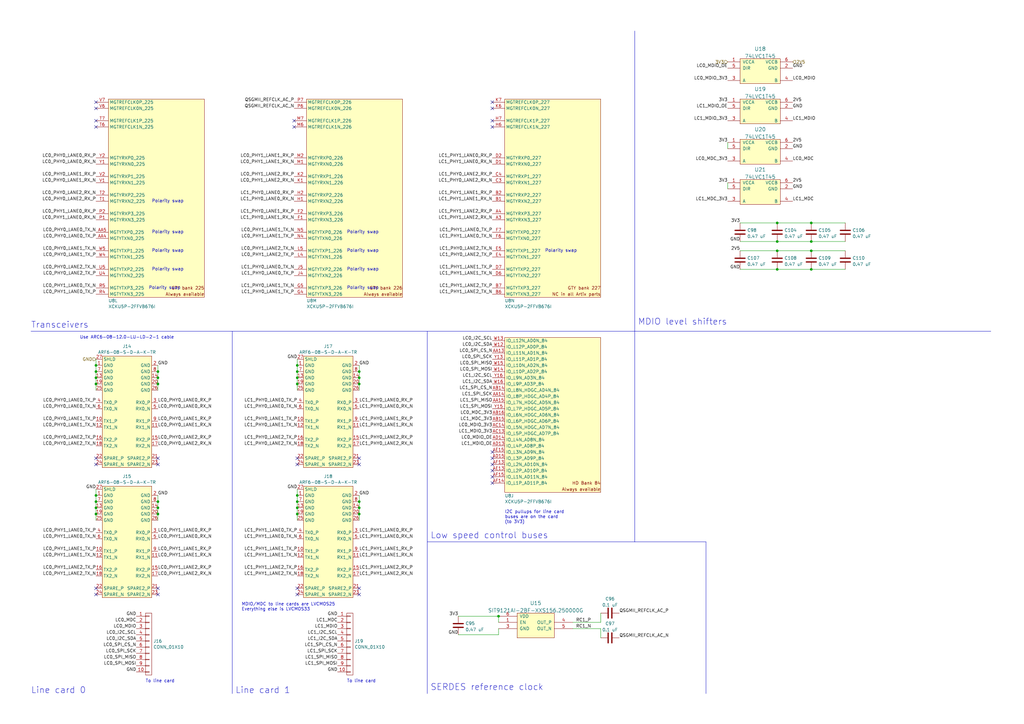
<source format=kicad_sch>
(kicad_sch (version 20231120) (generator "eeschema") (generator_version "8.0")
  (paper "A3")
  (title_block (title "LATENTRED Ethernet Switch - Main Board") (date "2025-06-04") (rev "0.1") (company "Antikernel Labs") (comment 1 "Andrew D. Zonenberg"))
  (lib_symbols
    (symbol "conn:CONN_01X10" (pin_names (offset 1.016) hide)
      (property "Reference" "J" (at 0 13.97 0))
      (property "Value" "CONN_01X10" (at 2.54 0 90))
      (symbol "CONN_01X10_1_1"
        (pin passive line (at -5.08 11.43 0) (length 3.81) (name "P1") (number "1"))
        (pin passive line (at -5.08 -11.43 0) (length 3.81) (name "P10") (number "10"))
        (pin passive line (at -5.08 8.89 0) (length 3.81) (name "P2") (number "2"))
        (pin passive line (at -5.08 6.35 0) (length 3.81) (name "P3") (number "3"))
        (pin passive line (at -5.08 3.81 0) (length 3.81) (name "P4") (number "4"))
        (pin passive line (at -5.08 1.27 0) (length 3.81) (name "P5") (number "5"))
        (pin passive line (at -5.08 -1.27 0) (length 3.81) (name "P6") (number "6"))
        (pin passive line (at -5.08 -3.81 0) (length 3.81) (name "P7") (number "7"))
        (pin passive line (at -5.08 -6.35 0) (length 3.81) (name "P8") (number "8"))
        (pin passive line (at -5.08 -8.89 0) (length 3.81) (name "P9") (number "9"))
      )
    )
    (symbol "device:C" (pin_numbers hide) (pin_names (offset 0.254))
      (property "Reference" "C" (at 0.635 2.54 0))
      (property "Value" "C" (at 0.635 -2.54 0))
      (symbol "C_1_1"
        (pin passive line (at 0 3.81 270) (length 2.794) (name "~") (number "1"))
        (pin passive line (at 0 -3.81 90) (length 2.794) (name "~") (number "2"))
      )
    )
    (symbol "osc-azonenberg:OSC_LVDS_NOPAD" (pin_names (offset 1.016))
      (property "Reference" "U" (at 0 -1.27 0))
      (property "Value" "OSC_LVDS_NOPAD" (at 0 -3.81 0))
      (symbol "OSC_LVDS_NOPAD_1_1"
        (pin input line (at -7.62 6.35 0) (length 7.62) (name "EN") (number "1"))
        (pin power_in line (at -7.62 3.81 0) (length 7.62) (name "GND") (number "3"))
        (pin output line (at 22.86 6.35 180) (length 7.62) (name "OUT_P") (number "4"))
        (pin output line (at 22.86 3.81 180) (length 7.62) (name "OUT_N") (number "5"))
        (pin power_in line (at -7.62 8.89 0) (length 7.62) (name "VDD") (number "6"))
      )
    )
    (symbol "special-azonenberg:74LVC1T45" (pin_names (offset 1.016))
      (property "Reference" "U" (at 0 -1.27 0))
      (property "Value" "74LVC1T45" (at 17.78 -1.27 0))
      (symbol "74LVC1T45_1_1"
        (pin power_in line (at -5.08 8.89 0) (length 5.08) (name "VCCA") (number "1"))
        (pin power_in line (at 21.59 6.35 180) (length 5.08) (name "GND") (number "2"))
        (pin bidirectional line (at -5.08 1.27 0) (length 5.08) (name "A") (number "3"))
        (pin bidirectional line (at 21.59 1.27 180) (length 5.08) (name "B") (number "4"))
        (pin input line (at -5.08 6.35 0) (length 5.08) (name "DIR") (number "5"))
        (pin power_in line (at 21.59 8.89 180) (length 5.08) (name "VCCB") (number "6"))
      )
    )
    (symbol "special-azonenberg:CONN_LATENTRED_LINECARD_HS_HOST"
      (property "Reference" "J" (at 0 -1.27 0))
      (property "Value" "ARF6-08-S-D-A-K-TR" (at 0 0 0))
      (symbol "CONN_LATENTRED_LINECARD_HS_HOST_1_1"
        (pin power_in line (at -2.54 41.91 0) (length 2.54) (name "GND") (number "1"))
        (pin input line (at -2.54 19.05 0) (length 2.54) (name "TX1_P") (number "10"))
        (pin output line (at 22.86 16.51 180) (length 2.54) (name "RX1_N") (number "11"))
        (pin input line (at -2.54 16.51 0) (length 2.54) (name "TX1_N") (number "12"))
        (pin power_in line (at -2.54 36.83 0) (length 2.54) (name "GND") (number "13"))
        (pin power_in line (at 22.86 36.83 180) (length 2.54) (name "GND") (number "14"))
        (pin output line (at 22.86 11.43 180) (length 2.54) (name "RX2_P") (number "15"))
        (pin input line (at -2.54 11.43 0) (length 2.54) (name "TX2_P") (number "16"))
        (pin output line (at 22.86 8.89 180) (length 2.54) (name "RX2_N") (number "17"))
        (pin input line (at -2.54 8.89 0) (length 2.54) (name "TX2_N") (number "18"))
        (pin power_in line (at -2.54 34.29 0) (length 2.54) (name "GND") (number "19"))
        (pin power_in line (at 22.86 41.91 180) (length 2.54) (name "GND") (number "2"))
        (pin power_in line (at 22.86 34.29 180) (length 2.54) (name "GND") (number "20"))
        (pin output line (at 22.86 3.81 180) (length 2.54) (name "SPARE2_P") (number "21"))
        (pin input line (at -2.54 3.81 0) (length 2.54) (name "SPARE_P") (number "22"))
        (pin output line (at 22.86 1.27 180) (length 2.54) (name "SPARE2_N") (number "23"))
        (pin input line (at -2.54 1.27 0) (length 2.54) (name "SPARE_N") (number "24"))
        (pin power_in line (at -2.54 31.75 0) (length 2.54) (name "GND") (number "25"))
        (pin power_in line (at 22.86 31.75 180) (length 2.54) (name "GND") (number "26"))
        (pin power_in line (at -2.54 44.45 0) (length 2.54) (name "SHLD") (number "27"))
        (pin output line (at 22.86 26.67 180) (length 2.54) (name "RX0_P") (number "3"))
        (pin input line (at -2.54 26.67 0) (length 2.54) (name "TX0_P") (number "4"))
        (pin output line (at 22.86 24.13 180) (length 2.54) (name "RX0_N") (number "5"))
        (pin input line (at -2.54 24.13 0) (length 2.54) (name "TX0_N") (number "6"))
        (pin power_in line (at -2.54 39.37 0) (length 2.54) (name "GND") (number "7"))
        (pin power_in line (at 22.86 39.37 180) (length 2.54) (name "GND") (number "8"))
        (pin output line (at 22.86 19.05 180) (length 2.54) (name "RX1_P") (number "9"))
      )
    )
    (symbol "xilinx-azonenberg:XILINX_ULTRASCALEPLUS_B676"
      (property "Reference" "U" (at 0 -2.54 0))
      (property "Value" "XILINX_ULTRASCALEPLUS_B676" (at 0 -5.08 0))
      (symbol "XILINX_ULTRASCALEPLUS_B676_1_0"
        (text "Config / dedicated" (at 34.29 1.27 0) (effects (font (size 1.27 1.27)) (justify right)))
      )
      (symbol "XILINX_ULTRASCALEPLUS_B676_1_1"
        (pin input line (at -5.08 57.15 0) (length 5.08) (name "M0_0") (number "AA10"))
        (pin power_out line (at 39.37 59.69 180) (length 5.08) (name "RDWR_FCS_B_0") (number "AA12"))
        (pin input line (at -5.08 54.61 0) (length 5.08) (name "M1_0") (number "AA9"))
        (pin input line (at -5.08 24.13 0) (length 5.08) (name "TMS_0") (number "AB10"))
        (pin output line (at -5.08 41.91 0) (length 5.08) (name "DONE_0") (number "AB11"))
        (pin input line (at -5.08 29.21 0) (length 5.08) (name "TDI_0") (number "AB12"))
        (pin input line (at -5.08 44.45 0) (length 5.08) (name "PROGRAM_B_0") (number "AB9"))
        (pin bidirectional line (at 39.37 49.53 180) (length 5.08) (name "D02_0") (number "AC11"))
        (pin bidirectional line (at 39.37 52.07 180) (length 5.08) (name "D01_DIN_0") (number "AC12"))
        (pin bidirectional line (at 39.37 54.61 180) (length 5.08) (name "D00_MOSI_0") (number "AD11"))
        (pin bidirectional line (at 39.37 46.99 180) (length 5.08) (name "D03_0") (number "AE11"))
        (pin input line (at -5.08 31.75 0) (length 5.08) (name "TCK_0") (number "AE12"))
        (pin input line (at -5.08 52.07 0) (length 5.08) (name "M2_0") (number "AF12"))
        (pin input line (at -5.08 8.89 0) (length 5.08) (name "VREFN") (number "P13"))
        (pin input line (at -5.08 19.05 0) (length 5.08) (name "VP") (number "P14"))
        (pin input line (at -5.08 16.51 0) (length 5.08) (name "VN") (number "R13"))
        (pin input line (at -5.08 11.43 0) (length 5.08) (name "VREFP") (number "R14"))
        (pin passive line (at -5.08 1.27 0) (length 5.08) (name "DXN") (number "T13"))
        (pin passive line (at -5.08 3.81 0) (length 5.08) (name "DXP") (number "T14"))
        (pin bidirectional line (at -5.08 39.37 0) (length 5.08) (name "INIT_B_0") (number "W10"))
        (pin input line (at -5.08 59.69 0) (length 5.08) (name "RSVDGND") (number "W11"))
        (pin input line (at -5.08 36.83 0) (length 5.08) (name "PUDC_B_0") (number "W9"))
        (pin output line (at -5.08 26.67 0) (length 5.08) (name "TDO_0") (number "Y10"))
        (pin output line (at 39.37 57.15 180) (length 5.08) (name "CCLK_0") (number "Y11"))
        (pin input line (at -5.08 49.53 0) (length 5.08) (name "POR_OVERRIDE") (number "Y12"))
      )
      (symbol "XILINX_ULTRASCALEPLUS_B676_2_0"
        (text "Ground 1/2" (at 33.02 1.27 0) (effects (font (size 1.27 1.27)) (justify right)))
      )
      (symbol "XILINX_ULTRASCALEPLUS_B676_2_1"
        (pin power_in line (at -5.08 128.27 0) (length 5.08) (name "GND") (number "A1"))
        (pin power_in line (at -5.08 125.73 0) (length 5.08) (name "GND") (number "A11"))
        (pin power_in line (at -5.08 123.19 0) (length 5.08) (name "GND") (number "A16"))
        (pin power_in line (at -5.08 120.65 0) (length 5.08) (name "GND") (number "A2"))
        (pin power_in line (at -5.08 118.11 0) (length 5.08) (name "GND") (number "A21"))
        (pin power_in line (at -5.08 115.57 0) (length 5.08) (name "GND") (number "A26"))
        (pin power_in line (at -5.08 113.03 0) (length 5.08) (name "GND") (number "A5"))
        (pin power_in line (at -5.08 110.49 0) (length 5.08) (name "GND") (number "A6"))
        (pin power_in line (at -5.08 107.95 0) (length 5.08) (name "GND") (number "A8"))
        (pin power_in line (at -5.08 105.41 0) (length 5.08) (name "GND") (number "AA1"))
        (pin power_in line (at -5.08 102.87 0) (length 5.08) (name "GND") (number "AA16"))
        (pin power_in line (at -5.08 100.33 0) (length 5.08) (name "GND") (number "AA2"))
        (pin power_in line (at -5.08 97.79 0) (length 5.08) (name "GND") (number "AA26"))
        (pin power_in line (at -5.08 95.25 0) (length 5.08) (name "GND") (number "AA3"))
        (pin power_in line (at -5.08 92.71 0) (length 5.08) (name "GND") (number "AA6"))
        (pin power_in line (at -5.08 90.17 0) (length 5.08) (name "GND") (number "AA8"))
        (pin power_in line (at -5.08 87.63 0) (length 5.08) (name "GND") (number "AB13"))
        (pin power_in line (at -5.08 85.09 0) (length 5.08) (name "GND") (number "AB23"))
        (pin power_in line (at -5.08 82.55 0) (length 5.08) (name "GND") (number "AB3"))
        (pin power_in line (at -5.08 80.01 0) (length 5.08) (name "GND") (number "AB4"))
        (pin power_in line (at -5.08 77.47 0) (length 5.08) (name "GND") (number "AB8"))
        (pin power_in line (at -5.08 74.93 0) (length 5.08) (name "GND") (number "AC1"))
        (pin power_in line (at -5.08 72.39 0) (length 5.08) (name "GND") (number "AC10"))
        (pin power_in line (at -5.08 69.85 0) (length 5.08) (name "GND") (number "AC2"))
        (pin power_in line (at -5.08 67.31 0) (length 5.08) (name "GND") (number "AC20"))
        (pin power_in line (at -5.08 64.77 0) (length 5.08) (name "GND") (number "AC25"))
        (pin power_in line (at -5.08 62.23 0) (length 5.08) (name "GND") (number "AC3"))
        (pin power_in line (at -5.08 59.69 0) (length 5.08) (name "GND") (number "AC6"))
        (pin power_in line (at -5.08 57.15 0) (length 5.08) (name "GND") (number "AC8"))
        (pin power_in line (at -5.08 54.61 0) (length 5.08) (name "GND") (number "AC9"))
        (pin power_in line (at -5.08 52.07 0) (length 5.08) (name "GND") (number "AD10"))
        (pin power_in line (at -5.08 49.53 0) (length 5.08) (name "GND") (number "AD17"))
        (pin power_in line (at -5.08 46.99 0) (length 5.08) (name "GND") (number "AD3"))
        (pin power_in line (at -5.08 44.45 0) (length 5.08) (name "GND") (number "AD4"))
        (pin power_in line (at -5.08 41.91 0) (length 5.08) (name "GND") (number "AD5"))
        (pin power_in line (at -5.08 39.37 0) (length 5.08) (name "GND") (number "AE1"))
        (pin power_in line (at -5.08 36.83 0) (length 5.08) (name "GND") (number "AE10"))
        (pin power_in line (at -5.08 34.29 0) (length 5.08) (name "GND") (number "AE14"))
        (pin power_in line (at -5.08 31.75 0) (length 5.08) (name "GND") (number "AE19"))
        (pin power_in line (at -5.08 29.21 0) (length 5.08) (name "GND") (number "AE2"))
        (pin power_in line (at -5.08 26.67 0) (length 5.08) (name "GND") (number "AE24"))
        (pin power_in line (at -5.08 24.13 0) (length 5.08) (name "GND") (number "AE5"))
        (pin power_in line (at -5.08 21.59 0) (length 5.08) (name "GND") (number "AE6"))
        (pin power_in line (at -5.08 19.05 0) (length 5.08) (name "GND") (number "AF10"))
        (pin power_in line (at -5.08 16.51 0) (length 5.08) (name "GND") (number "AF11"))
        (pin power_in line (at -5.08 13.97 0) (length 5.08) (name "GND") (number "AF16"))
        (pin power_in line (at -5.08 11.43 0) (length 5.08) (name "GND") (number "AF21"))
        (pin power_in line (at -5.08 8.89 0) (length 5.08) (name "GND") (number "AF26"))
        (pin power_in line (at -5.08 6.35 0) (length 5.08) (name "GND") (number "AF3"))
        (pin power_in line (at -5.08 3.81 0) (length 5.08) (name "GND") (number "AF4"))
        (pin power_in line (at -5.08 1.27 0) (length 5.08) (name "GND") (number "AF5"))
        (pin power_in line (at 38.1 133.35 180) (length 5.08) (name "GND") (number "AF8"))
        (pin power_in line (at 38.1 130.81 180) (length 5.08) (name "GND") (number "AF9"))
        (pin power_in line (at 38.1 128.27 180) (length 5.08) (name "GND") (number "B13"))
        (pin power_in line (at 38.1 125.73 180) (length 5.08) (name "GND") (number "B18"))
        (pin power_in line (at 38.1 123.19 180) (length 5.08) (name "GND") (number "B23"))
        (pin power_in line (at 38.1 120.65 180) (length 5.08) (name "GND") (number "B3"))
        (pin power_in line (at 38.1 118.11 180) (length 5.08) (name "GND") (number "B4"))
        (pin power_in line (at 38.1 115.57 180) (length 5.08) (name "GND") (number "B5"))
        (pin power_in line (at 38.1 113.03 180) (length 5.08) (name "GND") (number "B8"))
        (pin power_in line (at 38.1 110.49 180) (length 5.08) (name "GND") (number "C1"))
        (pin power_in line (at 38.1 107.95 180) (length 5.08) (name "GND") (number "C10"))
        (pin power_in line (at 38.1 105.41 180) (length 5.08) (name "GND") (number "C15"))
        (pin power_in line (at 38.1 102.87 180) (length 5.08) (name "GND") (number "C2"))
        (pin power_in line (at 38.1 100.33 180) (length 5.08) (name "GND") (number "C25"))
        (pin power_in line (at 38.1 97.79 180) (length 5.08) (name "GND") (number "C5"))
        (pin power_in line (at 38.1 95.25 180) (length 5.08) (name "GND") (number "C6"))
        (pin power_in line (at 38.1 92.71 180) (length 5.08) (name "GND") (number "C8"))
        (pin power_in line (at 38.1 90.17 180) (length 5.08) (name "GND") (number "D12"))
        (pin power_in line (at 38.1 87.63 180) (length 5.08) (name "GND") (number "D22"))
        (pin power_in line (at 38.1 85.09 180) (length 5.08) (name "GND") (number "D3"))
        (pin power_in line (at 38.1 82.55 180) (length 5.08) (name "GND") (number "D4"))
        (pin power_in line (at 38.1 80.01 180) (length 5.08) (name "GND") (number "D5"))
        (pin power_in line (at 38.1 77.47 180) (length 5.08) (name "GND") (number "D8"))
        (pin power_in line (at 38.1 74.93 180) (length 5.08) (name "GND") (number "E1"))
        (pin power_in line (at 38.1 72.39 180) (length 5.08) (name "GND") (number "E19"))
        (pin power_in line (at 38.1 69.85 180) (length 5.08) (name "GND") (number "E2"))
        (pin power_in line (at 38.1 67.31 180) (length 5.08) (name "GND") (number "E3"))
        (pin power_in line (at 38.1 64.77 180) (length 5.08) (name "GND") (number "E6"))
        (pin power_in line (at 38.1 62.23 180) (length 5.08) (name "GND") (number "E8"))
        (pin power_in line (at 38.1 59.69 180) (length 5.08) (name "GND") (number "F11"))
        (pin power_in line (at 38.1 57.15 180) (length 5.08) (name "GND") (number "F16"))
        (pin power_in line (at 38.1 54.61 180) (length 5.08) (name "GND") (number "F21"))
        (pin power_in line (at 38.1 52.07 180) (length 5.08) (name "GND") (number "F26"))
        (pin power_in line (at 38.1 49.53 180) (length 5.08) (name "GND") (number "F3"))
        (pin power_in line (at 38.1 46.99 180) (length 5.08) (name "GND") (number "F4"))
        (pin power_in line (at 38.1 44.45 180) (length 5.08) (name "GND") (number "F8"))
        (pin power_in line (at 38.1 41.91 180) (length 5.08) (name "GND") (number "G1"))
        (pin power_in line (at 38.1 39.37 180) (length 5.08) (name "GND") (number "G13"))
        (pin power_in line (at 38.1 36.83 180) (length 5.08) (name "GND") (number "G2"))
        (pin power_in line (at 38.1 34.29 180) (length 5.08) (name "GND") (number "G23"))
        (pin power_in line (at 38.1 31.75 180) (length 5.08) (name "GND") (number "G3"))
        (pin power_in line (at 38.1 29.21 180) (length 5.08) (name "GND") (number "G6"))
        (pin power_in line (at 38.1 26.67 180) (length 5.08) (name "GND") (number "G8"))
        (pin power_in line (at 38.1 24.13 180) (length 5.08) (name "GND") (number "H20"))
        (pin power_in line (at 38.1 21.59 180) (length 5.08) (name "GND") (number "H3"))
        (pin power_in line (at 38.1 19.05 180) (length 5.08) (name "GND") (number "H4"))
        (pin power_in line (at 38.1 16.51 180) (length 5.08) (name "GND") (number "H8"))
        (pin power_in line (at 38.1 13.97 180) (length 5.08) (name "GND") (number "J1"))
        (pin power_in line (at 38.1 11.43 180) (length 5.08) (name "GND") (number "J17"))
        (pin power_in line (at 38.1 8.89 180) (length 5.08) (name "GND") (number "J2"))
        (pin power_in line (at 38.1 6.35 180) (length 5.08) (name "GND") (number "J3"))
        (pin power_in line (at 38.1 3.81 180) (length 5.08) (name "GND") (number "J6"))
        (pin power_in line (at -5.08 133.35 0) (length 5.08) (name "GNDADC") (number "N13"))
      )
      (symbol "XILINX_ULTRASCALEPLUS_B676_3_0"
        (text "Power" (at 35.56 1.27 0) (effects (font (size 1.27 1.27)) (justify right)))
      )
      (symbol "XILINX_ULTRASCALEPLUS_B676_3_1"
        (pin power_in line (at 40.64 129.54 180) (length 5.08) (name "MGTAVTT_R") (number "A7"))
        (pin power_in line (at -5.08 127 0) (length 5.08) (name "VCCO_0") (number "AA11"))
        (pin power_in line (at -5.08 119.38 0) (length 5.08) (name "VCCO_64") (number "AA21"))
        (pin power_in line (at -5.08 13.97 0) (length 5.08) (name "MGTAVCC_R") (number "AA7"))
        (pin power_in line (at -5.08 116.84 0) (length 5.08) (name "VCCO_64") (number "AB18"))
        (pin power_in line (at 40.64 127 180) (length 5.08) (name "MGTAVTT_R") (number "AB5"))
        (pin power_in line (at -5.08 78.74 0) (length 5.08) (name "VCCO_84") (number "AC15"))
        (pin power_in line (at -5.08 11.43 0) (length 5.08) (name "MGTAVCC_R") (number "AC7"))
        (pin power_in line (at -5.08 124.46 0) (length 5.08) (name "VCCO_0") (number "AD12"))
        (pin power_in line (at -5.08 114.3 0) (length 5.08) (name "VCCO_64") (number "AD22"))
        (pin power_in line (at 40.64 124.46 180) (length 5.08) (name "MGTAVTT_R") (number "AE7"))
        (pin power_in line (at -5.08 88.9 0) (length 5.08) (name "VCCO_67") (number "C20"))
        (pin power_in line (at 40.64 121.92 180) (length 5.08) (name "MGTAVTT_R") (number "C7"))
        (pin power_in line (at -5.08 86.36 0) (length 5.08) (name "VCCO_67") (number "D17"))
        (pin power_in line (at -5.08 63.5 0) (length 5.08) (name "VCCO_87") (number "E14"))
        (pin power_in line (at -5.08 99.06 0) (length 5.08) (name "VCCO_66") (number "E24"))
        (pin power_in line (at 40.64 119.38 180) (length 5.08) (name "MGTAVTT_R") (number "E7"))
        (pin power_in line (at -5.08 71.12 0) (length 5.08) (name "VCCO_86") (number "E9"))
        (pin power_in line (at 40.64 116.84 180) (length 5.08) (name "MGTAVTT_R") (number "F5"))
        (pin power_in line (at -5.08 83.82 0) (length 5.08) (name "VCCO_67") (number "G18"))
        (pin power_in line (at 40.64 114.3 180) (length 5.08) (name "MGTAVTT_R") (number "G7"))
        (pin power_in line (at -5.08 68.58 0) (length 5.08) (name "VCCO_86") (number "H10"))
        (pin power_in line (at -5.08 60.96 0) (length 5.08) (name "VCCO_87") (number "H15"))
        (pin power_in line (at -5.08 96.52 0) (length 5.08) (name "VCCO_66") (number "H25"))
        (pin power_in line (at 40.64 111.76 180) (length 5.08) (name "MGTAVTT_R") (number "H5"))
        (pin power_in line (at -5.08 93.98 0) (length 5.08) (name "VCCO_66") (number "J22"))
        (pin power_in line (at -5.08 8.89 0) (length 5.08) (name "MGTAVCC_R") (number "J7"))
        (pin power_in line (at 40.64 91.44 180) (length 5.08) (name "VCCINT") (number "K11"))
        (pin power_in line (at 40.64 88.9 180) (length 5.08) (name "VCCINT") (number "K13"))
        (pin power_in line (at 40.64 86.36 180) (length 5.08) (name "VCCINT") (number "K15"))
        (pin power_in line (at 40.64 83.82 180) (length 5.08) (name "VCCINT") (number "K17"))
        (pin power_in line (at 40.64 109.22 180) (length 5.08) (name "MGTAVTT_R") (number "K5"))
        (pin power_in line (at 40.64 81.28 180) (length 5.08) (name "VCCINT") (number "L10"))
        (pin power_in line (at 40.64 78.74 180) (length 5.08) (name "VCCINT") (number "L12"))
        (pin power_in line (at 40.64 76.2 180) (length 5.08) (name "VCCINT") (number "L14"))
        (pin power_in line (at 40.64 73.66 180) (length 5.08) (name "VCCINT") (number "L16"))
        (pin power_in line (at -5.08 6.35 0) (length 5.08) (name "MGTAVCC_R") (number "L7"))
        (pin power_in line (at -5.08 39.37 0) (length 5.08) (name "VCCINT_IO") (number "L9"))
        (pin power_in line (at 40.64 71.12 180) (length 5.08) (name "VCCINT") (number "M11"))
        (pin power_in line (at 40.64 68.58 180) (length 5.08) (name "VCCINT") (number "M13"))
        (pin power_in line (at 40.64 66.04 180) (length 5.08) (name "VCCINT") (number "M15"))
        (pin power_in line (at 40.64 63.5 180) (length 5.08) (name "VCCINT") (number "M17"))
        (pin power_in line (at -5.08 55.88 0) (length 5.08) (name "VCCAUX") (number "M18"))
        (pin power_in line (at 40.64 106.68 180) (length 5.08) (name "MGTAVTT_R") (number "M5"))
        (pin power_in line (at -5.08 36.83 0) (length 5.08) (name "VCCINT_IO") (number "M9"))
        (pin power_in line (at 40.64 60.96 180) (length 5.08) (name "VCCINT") (number "N10"))
        (pin power_in line (at 40.64 58.42 180) (length 5.08) (name "VCCINT") (number "N12"))
        (pin power_in line (at -5.08 132.08 0) (length 5.08) (name "VCCADC") (number "N14"))
        (pin power_in line (at 40.64 55.88 180) (length 5.08) (name "VCCINT") (number "N16"))
        (pin power_in line (at -5.08 53.34 0) (length 5.08) (name "VCCAUX") (number "N18"))
        (pin power_in line (at -5.08 3.81 0) (length 5.08) (name "MGTAVCC_R") (number "N7"))
        (pin power_in line (at -5.08 34.29 0) (length 5.08) (name "VCCINT_IO") (number "N9"))
        (pin power_in line (at 40.64 53.34 180) (length 5.08) (name "VCCINT") (number "P11"))
        (pin power_in line (at 40.64 50.8 180) (length 5.08) (name "VCCINT") (number "P15"))
        (pin power_in line (at 40.64 48.26 180) (length 5.08) (name "VCCINT") (number "P17"))
        (pin power_in line (at -5.08 48.26 0) (length 5.08) (name "VCCAUX_IO") (number "P18"))
        (pin power_in line (at -5.08 109.22 0) (length 5.08) (name "VCCO_65") (number "P22"))
        (pin power_in line (at 40.64 104.14 180) (length 5.08) (name "MGTAVTT_R") (number "P5"))
        (pin power_in line (at -5.08 31.75 0) (length 5.08) (name "VCCINT_IO") (number "P9"))
        (pin power_in line (at 40.64 45.72 180) (length 5.08) (name "VCCINT") (number "R10"))
        (pin power_in line (at 40.64 43.18 180) (length 5.08) (name "VCCINT") (number "R12"))
        (pin power_in line (at 40.64 40.64 180) (length 5.08) (name "VCCINT") (number "R16"))
        (pin power_in line (at -5.08 45.72 0) (length 5.08) (name "VCCAUX_IO") (number "R18"))
        (pin power_in line (at 40.64 134.62 180) (length 5.08) (name "MGTVCCAUX_R") (number "R7"))
        (pin power_in line (at -5.08 26.67 0) (length 5.08) (name "VCCBRAM") (number "R9"))
        (pin power_in line (at 40.64 38.1 180) (length 5.08) (name "VCCINT") (number "T11"))
        (pin power_in line (at 40.64 35.56 180) (length 5.08) (name "VCCINT") (number "T15"))
        (pin power_in line (at 40.64 33.02 180) (length 5.08) (name "VCCINT") (number "T17"))
        (pin power_in line (at -5.08 43.18 0) (length 5.08) (name "VCCAUX_IO") (number "T18"))
        (pin power_in line (at 40.64 101.6 180) (length 5.08) (name "MGTAVTT_R") (number "T5"))
        (pin power_in line (at -5.08 24.13 0) (length 5.08) (name "VCCBRAM") (number "T9"))
        (pin power_in line (at 40.64 30.48 180) (length 5.08) (name "VCCINT") (number "U10"))
        (pin power_in line (at 40.64 27.94 180) (length 5.08) (name "VCCINT") (number "U12"))
        (pin power_in line (at 40.64 25.4 180) (length 5.08) (name "VCCINT") (number "U14"))
        (pin power_in line (at 40.64 22.86 180) (length 5.08) (name "VCCINT") (number "U16"))
        (pin power_in line (at -5.08 106.68 0) (length 5.08) (name "VCCO_65") (number "U23"))
        (pin power_in line (at 40.64 137.16 180) (length 5.08) (name "MGTVCCAUX_R") (number "U7"))
        (pin power_in line (at -5.08 21.59 0) (length 5.08) (name "VCCBRAM") (number "U9"))
        (pin power_in line (at 40.64 20.32 180) (length 5.08) (name "VCCINT") (number "V11"))
        (pin power_in line (at 40.64 17.78 180) (length 5.08) (name "VCCINT") (number "V13"))
        (pin power_in line (at 40.64 15.24 180) (length 5.08) (name "VCCINT") (number "V15"))
        (pin power_in line (at 40.64 12.7 180) (length 5.08) (name "VCCINT") (number "V17"))
        (pin power_in line (at 40.64 99.06 180) (length 5.08) (name "MGTAVTT_R") (number "V5"))
        (pin power_in line (at -5.08 19.05 0) (length 5.08) (name "VCCBRAM") (number "V9"))
        (pin power_in line (at -5.08 1.27 0) (length 5.08) (name "MGTAVCC_R") (number "W7"))
        (pin power_in line (at -5.08 76.2 0) (length 5.08) (name "VCCO_84") (number "Y14"))
        (pin power_in line (at -5.08 104.14 0) (length 5.08) (name "VCCO_65") (number "Y24"))
        (pin power_in line (at 40.64 96.52 180) (length 5.08) (name "MGTAVTT_R") (number "Y5"))
        (pin power_in line (at -5.08 137.16 0) (length 5.08) (name "VBATT") (number "Y9"))
      )
      (symbol "XILINX_ULTRASCALEPLUS_B676_4_0"
        (text "HP Bank 67" (at 39.37 3.81 0) (effects (font (size 1.27 1.27)) (justify right)))
        (text "NC IN AU10P/15P/20P" (at 39.37 1.27 0) (effects (font (size 1.27 1.27)) (justify right)))
      )
      (symbol "XILINX_ULTRASCALEPLUS_B676_4_1"
        (pin bidirectional line (at -5.08 92.71 0) (length 5.08) (name "IO_L17N_T2U_N9_AD10N_67") (number "A15"))
        (pin bidirectional line (at -5.08 85.09 0) (length 5.08) (name "IO_L16P_T2U_N6_QBC_AD3P_67") (number "A17"))
        (pin bidirectional line (at -5.08 87.63 0) (length 5.08) (name "IO_L16N_T2U_N7_QBC_AD3N_67") (number "A18"))
        (pin bidirectional line (at -5.08 95.25 0) (length 5.08) (name "IO_L18P_T2U_N10_AD2P_67") (number "A19"))
        (pin bidirectional line (at -5.08 97.79 0) (length 5.08) (name "IO_L18N_T2U_N11_AD2N_67") (number "A20"))
        (pin bidirectional line (at -5.08 105.41 0) (length 5.08) (name "IO_L19P_T3L_N0_DBC_AD9P_67") (number "A22"))
        (pin bidirectional line (at -5.08 107.95 0) (length 5.08) (name "IO_L19N_T3L_N1_DBC_AD9N_67") (number "A23"))
        (pin bidirectional line (at -5.08 125.73 0) (length 5.08) (name "IO_L23P_T3U_N8_67") (number "A24"))
        (pin bidirectional line (at -5.08 128.27 0) (length 5.08) (name "IO_L23N_T3U_N9_67") (number "A25"))
        (pin bidirectional line (at -5.08 90.17 0) (length 5.08) (name "IO_L17P_T2U_N8_AD10P_67") (number "B15"))
        (pin bidirectional line (at -5.08 100.33 0) (length 5.08) (name "IO_T2U_N12_67") (number "B16"))
        (pin bidirectional line (at -5.08 82.55 0) (length 5.08) (name "IO_L15N_T2L_N5_AD11N_67") (number "B17"))
        (pin bidirectional line (at -5.08 74.93 0) (length 5.08) (name "IO_L14P_T2L_N2_GC_67") (number "B19"))
        (pin bidirectional line (at -5.08 77.47 0) (length 5.08) (name "IO_L14N_T2L_N3_GC_67") (number "B20"))
        (pin bidirectional line (at -5.08 123.19 0) (length 5.08) (name "IO_L22N_T3U_N7_DBC_AD0N_67") (number "B21"))
        (pin bidirectional line (at -5.08 133.35 0) (length 5.08) (name "IO_L24N_T3U_N11_67") (number "B22"))
        (pin bidirectional line (at -5.08 118.11 0) (length 5.08) (name "IO_L21N_T3L_N5_AD8N_67") (number "B24"))
        (pin bidirectional line (at -5.08 31.75 0) (length 5.08) (name "IO_L6N_T0U_N11_AD6N_67") (number "C16"))
        (pin bidirectional line (at -5.08 80.01 0) (length 5.08) (name "IO_L15P_T2L_N4_AD11P_67") (number "C17"))
        (pin bidirectional line (at -5.08 69.85 0) (length 5.08) (name "IO_L13P_T2L_N0_GC_QBC_67") (number "C18"))
        (pin bidirectional line (at -5.08 72.39 0) (length 5.08) (name "IO_L13N_T2L_N1_GC_QBC_67") (number "C19"))
        (pin bidirectional line (at -5.08 120.65 0) (length 5.08) (name "IO_L22P_T3U_N6_DBC_AD0P_67") (number "C21"))
        (pin bidirectional line (at -5.08 130.81 0) (length 5.08) (name "IO_L24P_T3U_N10_67") (number "C22"))
        (pin bidirectional line (at -5.08 115.57 0) (length 5.08) (name "IO_L21P_T3L_N4_AD8P_67") (number "C23"))
        (pin bidirectional line (at -5.08 16.51 0) (length 5.08) (name "IO_L3N_T0L_N5_AD15N_67") (number "D15"))
        (pin bidirectional line (at -5.08 29.21 0) (length 5.08) (name "IO_L6P_T0U_N10_AD6P_67") (number "D16"))
        (pin bidirectional line (at -5.08 62.23 0) (length 5.08) (name "IO_L11N_T1U_N9_GC_67") (number "D18"))
        (pin bidirectional line (at -5.08 64.77 0) (length 5.08) (name "IO_L12P_T1U_N10_GC_67") (number "D19"))
        (pin bidirectional line (at -5.08 67.31 0) (length 5.08) (name "IO_L12N_T1U_N11_GC_67") (number "D20"))
        (pin bidirectional line (at -5.08 113.03 0) (length 5.08) (name "IO_L20N_T3L_N3_AD1N_67") (number "D21"))
        (pin bidirectional line (at -5.08 13.97 0) (length 5.08) (name "IO_L3P_T0L_N4_AD15P_67") (number "E15"))
        (pin bidirectional line (at -5.08 19.05 0) (length 5.08) (name "IO_L4P_T0U_N6_DBC_AD7P_67") (number "E16"))
        (pin bidirectional line (at -5.08 21.59 0) (length 5.08) (name "IO_L4N_T0U_N7_DBC_AD7N_67") (number "E17"))
        (pin bidirectional line (at -5.08 59.69 0) (length 5.08) (name "IO_L11P_T1U_N8_GC_67") (number "E18"))
        (pin bidirectional line (at -5.08 57.15 0) (length 5.08) (name "IO_L10N_T1U_N7_QBC_AD4N_67") (number "E20"))
        (pin bidirectional line (at -5.08 110.49 0) (length 5.08) (name "IO_L20P_T3L_N2_AD1P_67") (number "E21"))
        (pin bidirectional line (at -5.08 102.87 0) (length 5.08) (name "IO_T3U_N12_67") (number "E22"))
        (pin bidirectional line (at -5.08 6.35 0) (length 5.08) (name "IO_L1N_T0L_N1_DBC_67") (number "F15"))
        (pin bidirectional line (at -5.08 34.29 0) (length 5.08) (name "IO_T0U_N12_VRP_67") (number "F17"))
        (pin bidirectional line (at -5.08 44.45 0) (length 5.08) (name "IO_L8P_T1L_N2_AD5P_67") (number "F18"))
        (pin bidirectional line (at -5.08 46.99 0) (length 5.08) (name "IO_L8N_T1L_N3_AD5N_67") (number "F19"))
        (pin bidirectional line (at -5.08 54.61 0) (length 5.08) (name "IO_L10P_T1U_N6_QBC_AD4P_67") (number "F20"))
        (pin bidirectional line (at -5.08 3.81 0) (length 5.08) (name "IO_L1P_T0L_N0_DBC_67") (number "G15"))
        (pin bidirectional line (at -5.08 26.67 0) (length 5.08) (name "IO_L5N_T0U_N9_AD14N_67") (number "G16"))
        (pin bidirectional line (at -5.08 11.43 0) (length 5.08) (name "IO_L2N_T0L_N3_67") (number "G17"))
        (pin bidirectional line (at -5.08 36.83 0) (length 5.08) (name "IO_T1U_N12_67") (number "G19"))
        (pin bidirectional line (at -5.08 49.53 0) (length 5.08) (name "IO_L9P_T1L_N4_AD12P_67") (number "G20"))
        (pin bidirectional line (at -5.08 52.07 0) (length 5.08) (name "IO_L9N_T1L_N5_AD12N_67") (number "G21"))
        (pin bidirectional line (at -5.08 24.13 0) (length 5.08) (name "IO_L5P_T0U_N8_AD14P_67") (number "H16"))
        (pin bidirectional line (at -5.08 8.89 0) (length 5.08) (name "IO_L2P_T0L_N2_67") (number "H17"))
        (pin bidirectional line (at -5.08 39.37 0) (length 5.08) (name "IO_L7P_T1L_N0_QBC_AD13P_67") (number "H18"))
        (pin bidirectional line (at -5.08 41.91 0) (length 5.08) (name "IO_L7N_T1L_N1_QBC_AD13N_67") (number "H19"))
        (pin input line (at -5.08 1.27 0) (length 5.08) (name "VREF_67") (number "J16"))
      )
      (symbol "XILINX_ULTRASCALEPLUS_B676_5_0"
        (text "Always available" (at 39.37 1.27 0) (effects (font (size 1.27 1.27)) (justify right)))
        (text "HP Bank 66" (at 39.37 3.81 0) (effects (font (size 1.27 1.27)) (justify right)))
      )
      (symbol "XILINX_ULTRASCALEPLUS_B676_5_1"
        (pin bidirectional line (at -5.08 130.81 0) (length 5.08) (name "IO_L24P_T3U_N10_66") (number "B25"))
        (pin bidirectional line (at -5.08 133.35 0) (length 5.08) (name "IO_L24N_T3U_N11_66") (number "B26"))
        (pin bidirectional line (at -5.08 123.19 0) (length 5.08) (name "IO_L22N_T3U_N7_DBC_AD0N_66") (number "C24"))
        (pin bidirectional line (at -5.08 128.27 0) (length 5.08) (name "IO_L23N_T3U_N9_66") (number "C26"))
        (pin bidirectional line (at -5.08 120.65 0) (length 5.08) (name "IO_L22P_T3U_N6_DBC_AD0P_66") (number "D23"))
        (pin bidirectional line (at -5.08 115.57 0) (length 5.08) (name "IO_L21P_T3L_N4_AD8P_66") (number "D24"))
        (pin bidirectional line (at -5.08 118.11 0) (length 5.08) (name "IO_L21N_T3L_N5_AD8N_66") (number "D25"))
        (pin bidirectional line (at -5.08 125.73 0) (length 5.08) (name "IO_L23P_T3U_N8_66") (number "D26"))
        (pin bidirectional line (at -5.08 113.03 0) (length 5.08) (name "IO_L20N_T3L_N3_AD1N_66") (number "E23"))
        (pin bidirectional line (at -5.08 105.41 0) (length 5.08) (name "IO_L19P_T3L_N0_DBC_AD9P_66") (number "E25"))
        (pin bidirectional line (at -5.08 107.95 0) (length 5.08) (name "IO_L19N_T3L_N1_DBC_AD9N_66") (number "E26"))
        (pin bidirectional line (at -5.08 102.87 0) (length 5.08) (name "IO_T3U_N12_66") (number "F22"))
        (pin bidirectional line (at -5.08 110.49 0) (length 5.08) (name "IO_L20P_T3L_N2_AD1P_66") (number "F23"))
        (pin bidirectional line (at -5.08 85.09 0) (length 5.08) (name "IO_L16P_T2U_N6_QBC_AD3P_66") (number "F24"))
        (pin bidirectional line (at -5.08 87.63 0) (length 5.08) (name "IO_L16N_T2U_N7_QBC_AD3N_66") (number "F25"))
        (pin bidirectional line (at -5.08 100.33 0) (length 5.08) (name "IO_T2U_N12_66") (number "G22"))
        (pin bidirectional line (at -5.08 69.85 0) (length 5.08) (name "IO_L13P_T2L_N0_GC_QBC_66") (number "G24"))
        (pin bidirectional line (at -5.08 72.39 0) (length 5.08) (name "IO_L13N_T2L_N1_GC_QBC_66") (number "G25"))
        (pin bidirectional line (at -5.08 92.71 0) (length 5.08) (name "IO_L17N_T2U_N9_AD10N_66") (number "G26"))
        (pin bidirectional line (at -5.08 95.25 0) (length 5.08) (name "IO_L18P_T2U_N10_AD2P_66") (number "H21"))
        (pin bidirectional line (at -5.08 97.79 0) (length 5.08) (name "IO_L18N_T2U_N11_AD2N_66") (number "H22"))
        (pin bidirectional line (at -5.08 74.93 0) (length 5.08) (name "IO_L14P_T2L_N2_GC_66") (number "H23"))
        (pin bidirectional line (at -5.08 77.47 0) (length 5.08) (name "IO_L14N_T2L_N3_GC_66") (number "H24"))
        (pin bidirectional line (at -5.08 90.17 0) (length 5.08) (name "IO_L17P_T2U_N8_AD10P_66") (number "H26"))
        (pin bidirectional line (at -5.08 1.27 0) (length 5.08) (name "VREF_66") (number "J18"))
        (pin bidirectional line (at -5.08 13.97 0) (length 5.08) (name "IO_L3P_T0L_N4_AD15P_66") (number "J19"))
        (pin bidirectional line (at -5.08 16.51 0) (length 5.08) (name "IO_L3N_T0L_N5_AD15N_66") (number "J20"))
        (pin bidirectional line (at -5.08 26.67 0) (length 5.08) (name "IO_L5N_T0U_N9_AD14N_66") (number "J21"))
        (pin bidirectional line (at -5.08 64.77 0) (length 5.08) (name "IO_L12P_T1U_N10_GC_66") (number "J23"))
        (pin bidirectional line (at -5.08 67.31 0) (length 5.08) (name "IO_L12N_T1U_N11_GC_66") (number "J24"))
        (pin bidirectional line (at -5.08 80.01 0) (length 5.08) (name "IO_L15P_T2L_N4_AD11P_66") (number "J25"))
        (pin bidirectional line (at -5.08 82.55 0) (length 5.08) (name "IO_L15N_T2L_N5_AD11N_66") (number "J26"))
        (pin bidirectional line (at -5.08 6.35 0) (length 5.08) (name "IO_L1N_T0L_N1_DBC_66") (number "K18"))
        (pin bidirectional line (at -5.08 31.75 0) (length 5.08) (name "IO_L6N_T0U_N11_AD6N_66") (number "K20"))
        (pin bidirectional line (at -5.08 24.13 0) (length 5.08) (name "IO_L5P_T0U_N8_AD14P_66") (number "K21"))
        (pin bidirectional line (at -5.08 59.69 0) (length 5.08) (name "IO_L11P_T1U_N8_GC_66") (number "K22"))
        (pin bidirectional line (at -5.08 62.23 0) (length 5.08) (name "IO_L11N_T1U_N9_GC_66") (number "K23"))
        (pin bidirectional line (at -5.08 49.53 0) (length 5.08) (name "IO_L9P_T1L_N4_AD12P_66") (number "K25"))
        (pin bidirectional line (at -5.08 52.07 0) (length 5.08) (name "IO_L9N_T1L_N5_AD12N_66") (number "K26"))
        (pin bidirectional line (at -5.08 3.81 0) (length 5.08) (name "IO_L1P_T0L_N0_DBC_66") (number "L18"))
        (pin bidirectional line (at -5.08 21.59 0) (length 5.08) (name "IO_L4N_T0U_N7_DBC_AD7N_66") (number "L19"))
        (pin bidirectional line (at -5.08 29.21 0) (length 5.08) (name "IO_L6P_T0U_N10_AD6P_66") (number "L20"))
        (pin bidirectional line (at -5.08 39.37 0) (length 5.08) (name "IO_L7P_T1L_N0_QBC_AD13P_66") (number "L22"))
        (pin bidirectional line (at -5.08 41.91 0) (length 5.08) (name "IO_L7N_T1L_N1_QBC_AD13N_66") (number "L23"))
        (pin bidirectional line (at -5.08 54.61 0) (length 5.08) (name "IO_L10P_T1U_N6_QBC_AD4P_66") (number "L24"))
        (pin bidirectional line (at -5.08 57.15 0) (length 5.08) (name "IO_L10N_T1U_N7_QBC_AD4N_66") (number "L25"))
        (pin bidirectional line (at -5.08 19.05 0) (length 5.08) (name "IO_L4P_T0U_N6_DBC_AD7P_66") (number "M19"))
        (pin bidirectional line (at -5.08 8.89 0) (length 5.08) (name "IO_L2P_T0L_N2_66") (number "M20"))
        (pin bidirectional line (at -5.08 11.43 0) (length 5.08) (name "IO_L2N_T0L_N3_66") (number "M21"))
        (pin bidirectional line (at -5.08 34.29 0) (length 5.08) (name "IO_T0U_N12_VRP_66") (number "M22"))
        (pin bidirectional line (at -5.08 36.83 0) (length 5.08) (name "IO_T1U_N12_66") (number "M24"))
        (pin bidirectional line (at -5.08 44.45 0) (length 5.08) (name "IO_L8P_T1L_N2_AD5P_66") (number "M25"))
        (pin bidirectional line (at -5.08 46.99 0) (length 5.08) (name "IO_L8N_T1L_N3_AD5N_66") (number "M26"))
      )
      (symbol "XILINX_ULTRASCALEPLUS_B676_6_0"
        (text "Always available" (at 39.37 1.27 0) (effects (font (size 1.27 1.27)) (justify right)))
        (text "HP Bank 65" (at 39.37 3.81 0) (effects (font (size 1.27 1.27)) (justify right)))
      )
      (symbol "XILINX_ULTRASCALEPLUS_B676_6_1"
        (pin bidirectional line (at -5.08 36.83 0) (length 5.08) (name "IO_T1U_N12_SMBALERT_65") (number "AA23"))
        (pin bidirectional line (at -5.08 49.53 0) (length 5.08) (name "IO_L9P_T1L_N4_AD12P_A14_D30_65") (number "AA24"))
        (pin bidirectional line (at -5.08 52.07 0) (length 5.08) (name "IO_L9N_T1L_N5_AD12N_A15_D31_65") (number "AA25"))
        (pin bidirectional line (at -5.08 125.73 0) (length 5.08) (name "IO_L23P_T3U_N8_I2C_SCLK_65") (number "N19"))
        (pin bidirectional line (at -5.08 130.81 0) (length 5.08) (name "IO_L24P_T3U_N10_EMCCLK_65") (number "N21"))
        (pin bidirectional line (at -5.08 133.35 0) (length 5.08) (name "IO_L24N_T3U_N11_DOUT_CSO_B_65") (number "N22"))
        (pin bidirectional line (at -5.08 120.65 0) (length 5.08) (name "IO_L22P_T3U_N6_DBC_AD0P_D04_65") (number "N23"))
        (pin bidirectional line (at -5.08 80.01 0) (length 5.08) (name "IO_L15P_T2L_N4_AD11P_A02_D18_65") (number "N24"))
        (pin bidirectional line (at -5.08 100.33 0) (length 5.08) (name "IO_T2U_N12_CSI_ADV_B_65") (number "N26"))
        (pin bidirectional line (at -5.08 128.27 0) (length 5.08) (name "IO_L23N_T3U_N9_PERSTN1_I2C_SDA_65") (number "P19"))
        (pin bidirectional line (at -5.08 110.49 0) (length 5.08) (name "IO_L20P_T3L_N2_AD1P_D08_65") (number "P20"))
        (pin bidirectional line (at -5.08 113.03 0) (length 5.08) (name "IO_L20N_T3L_N3_AD1N_D09_65") (number "P21"))
        (pin bidirectional line (at -5.08 123.19 0) (length 5.08) (name "IO_L22N_T3U_N7_DBC_AD0N_D05_65") (number "P23"))
        (pin bidirectional line (at -5.08 82.55 0) (length 5.08) (name "IO_L15N_T2L_N5_AD11N_A03_D19_65") (number "P24"))
        (pin bidirectional line (at -5.08 90.17 0) (length 5.08) (name "IO_L17P_T2U_N8_AD10P_D14_65") (number "P25"))
        (pin bidirectional line (at -5.08 92.71 0) (length 5.08) (name "IO_L17N_T2U_N9_AD10N_D15_65") (number "P26"))
        (pin bidirectional line (at -5.08 115.57 0) (length 5.08) (name "IO_L21P_T3L_N4_AD8P_D06_65") (number "R20"))
        (pin bidirectional line (at -5.08 118.11 0) (length 5.08) (name "IO_L21N_T3L_N5_AD8N_D07_65") (number "R21"))
        (pin bidirectional line (at -5.08 105.41 0) (length 5.08) (name "IO_L19P_T3L_N0_DBC_AD9P_D10_65") (number "R22"))
        (pin bidirectional line (at -5.08 107.95 0) (length 5.08) (name "IO_L19N_T3L_N1_DBC_AD9N_D11_65") (number "R23"))
        (pin bidirectional line (at -5.08 95.25 0) (length 5.08) (name "IO_L18P_T2U_N10_AD2P_D12_65") (number "R25"))
        (pin bidirectional line (at -5.08 97.79 0) (length 5.08) (name "IO_L18N_T2U_N11_AD2N_D13_65") (number "R26"))
        (pin bidirectional line (at -5.08 102.87 0) (length 5.08) (name "IO_T3U_N12_PERSTN0_65") (number "T19"))
        (pin bidirectional line (at -5.08 13.97 0) (length 5.08) (name "IO_L3P_T0L_N4_AD15P_A26_65") (number "T20"))
        (pin bidirectional line (at -5.08 24.13 0) (length 5.08) (name "IO_L5P_T0U_N8_AD14P_A22_65") (number "T22"))
        (pin bidirectional line (at -5.08 26.67 0) (length 5.08) (name "IO_L5N_T0U_N9_AD14N_A23_65") (number "T23"))
        (pin bidirectional line (at -5.08 69.85 0) (length 5.08) (name "IO_L13P_T2L_N0_GC_QBC_A06_D22_65") (number "T24"))
        (pin bidirectional line (at -5.08 74.93 0) (length 5.08) (name "IO_L14P_T2L_N2_GC_A04_D20_65") (number "T25"))
        (pin bidirectional line (at -5.08 3.81 0) (length 5.08) (name "IO_L1P_T0L_N0_DBC_RS0_65") (number "U19"))
        (pin bidirectional line (at -5.08 16.51 0) (length 5.08) (name "IO_L3N_T0L_N5_AD15N_A27_65") (number "U20"))
        (pin bidirectional line (at -5.08 8.89 0) (length 5.08) (name "IO_L2P_T0L_N2_FOE_B_65") (number "U21"))
        (pin bidirectional line (at -5.08 11.43 0) (length 5.08) (name "IO_L2N_T0L_N3_FWE_FCS2_B_65") (number "U22"))
        (pin bidirectional line (at -5.08 72.39 0) (length 5.08) (name "IO_L13N_T2L_N1_GC_QBC_A07_D23_65") (number "U24"))
        (pin bidirectional line (at -5.08 77.47 0) (length 5.08) (name "IO_L14N_T2L_N3_GC_A05_D21_65") (number "U25"))
        (pin bidirectional line (at -5.08 85.09 0) (length 5.08) (name "IO_L16P_T2U_N6_QBC_AD3P_A00_D16_65") (number "U26"))
        (pin input line (at -5.08 1.27 0) (length 5.08) (name "VREF_65") (number "V18"))
        (pin bidirectional line (at -5.08 6.35 0) (length 5.08) (name "IO_L1N_T0L_N1_DBC_RS1_65") (number "V19"))
        (pin bidirectional line (at -5.08 19.05 0) (length 5.08) (name "IO_L4P_T0U_N6_DBC_AD7P_A24_65") (number "V21"))
        (pin bidirectional line (at -5.08 21.59 0) (length 5.08) (name "IO_L4N_T0U_N7_DBC_AD7N_A25_65") (number "V22"))
        (pin bidirectional line (at -5.08 59.69 0) (length 5.08) (name "IO_L11P_T1U_N8_GC_A10_D26_65") (number "V23"))
        (pin bidirectional line (at -5.08 64.77 0) (length 5.08) (name "IO_L12P_T1U_N10_GC_A08_D24_65") (number "V24"))
        (pin bidirectional line (at -5.08 87.63 0) (length 5.08) (name "IO_L16N_T2U_N7_QBC_AD3N_A01_D17_65") (number "V26"))
        (pin bidirectional line (at -5.08 29.21 0) (length 5.08) (name "IO_L6P_T0U_N10_AD6P_A20_65") (number "W19"))
        (pin bidirectional line (at -5.08 31.75 0) (length 5.08) (name "IO_L6N_T0U_N11_AD6N_A21_65") (number "W20"))
        (pin bidirectional line (at -5.08 34.29 0) (length 5.08) (name "IO_T0U_N12_VRP_A28_65") (number "W21"))
        (pin bidirectional line (at -5.08 62.23 0) (length 5.08) (name "IO_L11N_T1U_N9_GC_A11_D27_65") (number "W23"))
        (pin bidirectional line (at -5.08 67.31 0) (length 5.08) (name "IO_L12N_T1U_N11_GC_A09_D25_65") (number "W24"))
        (pin bidirectional line (at -5.08 54.61 0) (length 5.08) (name "IO_L10P_T1U_N6_QBC_AD4P_A12_D28_65") (number "W25"))
        (pin bidirectional line (at -5.08 57.15 0) (length 5.08) (name "IO_L10N_T1U_N7_QBC_AD4N_A13_D29_65") (number "W26"))
        (pin bidirectional line (at -5.08 39.37 0) (length 5.08) (name "IO_L7P_T1L_N0_QBC_AD13P_A18_65") (number "Y22"))
        (pin bidirectional line (at -5.08 41.91 0) (length 5.08) (name "IO_L7N_T1L_N1_QBC_AD13N_A19_65") (number "Y23"))
        (pin bidirectional line (at -5.08 44.45 0) (length 5.08) (name "IO_L8P_T1L_N2_AD5P_A16_65") (number "Y25"))
        (pin bidirectional line (at -5.08 46.99 0) (length 5.08) (name "IO_L8N_T1L_N3_AD5N_A17_65") (number "Y26"))
      )
      (symbol "XILINX_ULTRASCALEPLUS_B676_7_0"
        (text "Always available" (at 39.37 1.27 0) (effects (font (size 1.27 1.27)) (justify right)))
        (text "HP Bank 64" (at 39.37 3.81 0) (effects (font (size 1.27 1.27)) (justify right)))
      )
      (symbol "XILINX_ULTRASCALEPLUS_B676_7_1"
        (pin bidirectional line (at -5.08 128.27 0) (length 5.08) (name "IO_L23N_T3U_N9_64") (number "AA17"))
        (pin bidirectional line (at -5.08 133.35 0) (length 5.08) (name "IO_L24N_T3U_N11_64") (number "AA18"))
        (pin bidirectional line (at -5.08 110.49 0) (length 5.08) (name "IO_L20P_T3L_N2_AD1P_64") (number "AA19"))
        (pin bidirectional line (at -5.08 115.57 0) (length 5.08) (name "IO_L21P_T3L_N4_AD8P_64") (number "AA20"))
        (pin bidirectional line (at -5.08 54.61 0) (length 5.08) (name "IO_L10P_T1U_N6_QBC_AD4P_64") (number "AA22"))
        (pin bidirectional line (at -5.08 120.65 0) (length 5.08) (name "IO_L22P_T3U_N6_DBC_AD0P_64") (number "AB17"))
        (pin bidirectional line (at -5.08 113.03 0) (length 5.08) (name "IO_L20N_T3L_N3_AD1N_64") (number "AB19"))
        (pin bidirectional line (at -5.08 118.11 0) (length 5.08) (name "IO_L21N_T3L_N5_AD8N_64") (number "AB20"))
        (pin bidirectional line (at -5.08 64.77 0) (length 5.08) (name "IO_L12P_T1U_N10_GC_64") (number "AB21"))
        (pin bidirectional line (at -5.08 57.15 0) (length 5.08) (name "IO_L10N_T1U_N7_QBC_AD4N_64") (number "AB22"))
        (pin bidirectional line (at -5.08 29.21 0) (length 5.08) (name "IO_L6P_T0U_N10_AD6P_64") (number "AB24"))
        (pin bidirectional line (at -5.08 8.89 0) (length 5.08) (name "IO_L2P_T0L_N2_64") (number "AB25"))
        (pin bidirectional line (at -5.08 11.43 0) (length 5.08) (name "IO_L2N_T0L_N3_64") (number "AB26"))
        (pin bidirectional line (at -5.08 102.87 0) (length 5.08) (name "IO_T3U_N12_64") (number "AC16"))
        (pin bidirectional line (at -5.08 123.19 0) (length 5.08) (name "IO_L22N_T3U_N7_DBC_AD0N_64") (number "AC17"))
        (pin bidirectional line (at -5.08 85.09 0) (length 5.08) (name "IO_L16P_T2U_N6_QBC_AD3P_64") (number "AC18"))
        (pin bidirectional line (at -5.08 74.93 0) (length 5.08) (name "IO_L14P_T2L_N2_GC_64") (number "AC19"))
        (pin bidirectional line (at -5.08 67.31 0) (length 5.08) (name "IO_L12N_T1U_N11_GC_64") (number "AC21"))
        (pin bidirectional line (at -5.08 49.53 0) (length 5.08) (name "IO_L9P_T1L_N4_AD12P_64") (number "AC22"))
        (pin bidirectional line (at -5.08 52.07 0) (length 5.08) (name "IO_L9N_T1L_N5_AD12N_64") (number "AC23"))
        (pin bidirectional line (at -5.08 31.75 0) (length 5.08) (name "IO_L6N_T0U_N11_AD6N_64") (number "AC24"))
        (pin bidirectional line (at -5.08 19.05 0) (length 5.08) (name "IO_L4P_T0U_N6_DBC_AD7P_64") (number "AC26"))
        (pin bidirectional line (at -5.08 95.25 0) (length 5.08) (name "IO_L18P_T2U_N10_AD2P_64") (number "AD16"))
        (pin bidirectional line (at -5.08 87.63 0) (length 5.08) (name "IO_L16N_T2U_N7_QBC_AD3N_64") (number "AD18"))
        (pin bidirectional line (at -5.08 77.47 0) (length 5.08) (name "IO_L14N_T2L_N3_GC_64") (number "AD19"))
        (pin bidirectional line (at -5.08 69.85 0) (length 5.08) (name "IO_L13P_T2L_N0_GC_QBC_64") (number "AD20"))
        (pin bidirectional line (at -5.08 59.69 0) (length 5.08) (name "IO_L11P_T1U_N8_GC_64") (number "AD21"))
        (pin bidirectional line (at -5.08 44.45 0) (length 5.08) (name "IO_L8P_T1L_N2_AD5P_64") (number "AD23"))
        (pin bidirectional line (at -5.08 24.13 0) (length 5.08) (name "IO_L5P_T0U_N8_AD14P_64") (number "AD24"))
        (pin bidirectional line (at -5.08 26.67 0) (length 5.08) (name "IO_L5N_T0U_N9_AD14N_64") (number "AD25"))
        (pin bidirectional line (at -5.08 21.59 0) (length 5.08) (name "IO_L4N_T0U_N7_DBC_AD7N_64") (number "AD26"))
        (pin bidirectional line (at -5.08 97.79 0) (length 5.08) (name "IO_L18N_T2U_N11_AD2N_64") (number "AE16"))
        (pin bidirectional line (at -5.08 90.17 0) (length 5.08) (name "IO_L17P_T2U_N8_AD10P_64") (number "AE17"))
        (pin bidirectional line (at -5.08 100.33 0) (length 5.08) (name "IO_T2U_N12_64") (number "AE18"))
        (pin bidirectional line (at -5.08 72.39 0) (length 5.08) (name "IO_L13N_T2L_N1_GC_QBC_64") (number "AE20"))
        (pin bidirectional line (at -5.08 62.23 0) (length 5.08) (name "IO_L11N_T1U_N9_GC_64") (number "AE21"))
        (pin bidirectional line (at -5.08 39.37 0) (length 5.08) (name "IO_L7P_T1L_N0_QBC_AD13P_64") (number "AE22"))
        (pin bidirectional line (at -5.08 46.99 0) (length 5.08) (name "IO_L8N_T1L_N3_AD5N_64") (number "AE23"))
        (pin bidirectional line (at -5.08 3.81 0) (length 5.08) (name "IO_L1P_T0L_N0_DBC_64") (number "AE25"))
        (pin bidirectional line (at -5.08 6.35 0) (length 5.08) (name "IO_L1N_T0L_N1_DBC_64") (number "AE26"))
        (pin bidirectional line (at -5.08 92.71 0) (length 5.08) (name "IO_L17N_T2U_N9_AD10N_64") (number "AF17"))
        (pin bidirectional line (at -5.08 80.01 0) (length 5.08) (name "IO_L15P_T2L_N4_AD11P_64") (number "AF18"))
        (pin bidirectional line (at -5.08 82.55 0) (length 5.08) (name "IO_L15N_T2L_N5_AD11N_64") (number "AF19"))
        (pin bidirectional line (at -5.08 36.83 0) (length 5.08) (name "IO_T1U_N12_64") (number "AF20"))
        (pin bidirectional line (at -5.08 41.91 0) (length 5.08) (name "IO_L7N_T1L_N1_QBC_AD13N_64") (number "AF22"))
        (pin bidirectional line (at -5.08 34.29 0) (length 5.08) (name "IO_T0U_N12_VRP_64") (number "AF23"))
        (pin bidirectional line (at -5.08 13.97 0) (length 5.08) (name "IO_L3P_T0L_N4_AD15P_64") (number "AF24"))
        (pin bidirectional line (at -5.08 16.51 0) (length 5.08) (name "IO_L3N_T0L_N5_AD15N_64") (number "AF25"))
        (pin bidirectional line (at -5.08 1.27 0) (length 5.08) (name "VREF_64") (number "W18"))
        (pin bidirectional line (at -5.08 125.73 0) (length 5.08) (name "IO_L23P_T3U_N8_64") (number "Y17"))
        (pin bidirectional line (at -5.08 130.81 0) (length 5.08) (name "IO_L24P_T3U_N10_64") (number "Y18"))
        (pin bidirectional line (at -5.08 105.41 0) (length 5.08) (name "IO_L19P_T3L_N0_DBC_AD9P_64") (number "Y20"))
        (pin bidirectional line (at -5.08 107.95 0) (length 5.08) (name "IO_L19N_T3L_N1_DBC_AD9N_64") (number "Y21"))
      )
      (symbol "XILINX_ULTRASCALEPLUS_B676_8_0"
        (text "Bank 86 in AU10P/15P" (at 39.37 1.27 0) (effects (font (size 1.27 1.27)) (justify right)))
        (text "HD Bank 87" (at 39.37 3.81 0) (effects (font (size 1.27 1.27)) (justify right)))
      )
      (symbol "XILINX_ULTRASCALEPLUS_B676_8_1"
        (pin bidirectional line (at -5.08 57.15 0) (length 5.08) (name "IO_L11N_AD9N_87") (number "A12"))
        (pin bidirectional line (at -5.08 54.61 0) (length 5.08) (name "IO_L11P_AD9P_87") (number "A13"))
        (pin bidirectional line (at -5.08 62.23 0) (length 5.08) (name "IO_L12N_AD8N_87") (number "A14"))
        (pin bidirectional line (at -5.08 52.07 0) (length 5.08) (name "IO_L10N_AD10N_87") (number "B12"))
        (pin bidirectional line (at -5.08 59.69 0) (length 5.08) (name "IO_L12P_AD8P_87") (number "B14"))
        (pin bidirectional line (at -5.08 49.53 0) (length 5.08) (name "IO_L10P_AD10P_87") (number "C12"))
        (pin bidirectional line (at -5.08 46.99 0) (length 5.08) (name "IO_L9N_AD11N_87") (number "C13"))
        (pin bidirectional line (at -5.08 44.45 0) (length 5.08) (name "IO_L9P_AD11P_87") (number "C14"))
        (pin bidirectional line (at -5.08 41.91 0) (length 5.08) (name "IO_L8N_HDGC_87") (number "D13"))
        (pin bidirectional line (at -5.08 39.37 0) (length 5.08) (name "IO_L8P_HDGC_87") (number "D14"))
        (pin bidirectional line (at -5.08 36.83 0) (length 5.08) (name "IO_L7N_HDGC_87") (number "E12"))
        (pin bidirectional line (at -5.08 34.29 0) (length 5.08) (name "IO_L7P_HDGC_87") (number "E13"))
        (pin bidirectional line (at -5.08 26.67 0) (length 5.08) (name "IO_L5N_HDGC_87") (number "F12"))
        (pin bidirectional line (at -5.08 31.75 0) (length 5.08) (name "IO_L6N_HDGC_87") (number "F13"))
        (pin bidirectional line (at -5.08 29.21 0) (length 5.08) (name "IO_L6P_HDGC_87") (number "F14"))
        (pin bidirectional line (at -5.08 24.13 0) (length 5.08) (name "IO_L5P_HDGC_87") (number "G12"))
        (pin bidirectional line (at -5.08 16.51 0) (length 5.08) (name "IO_L3N_AD13N_87") (number "G14"))
        (pin bidirectional line (at -5.08 6.35 0) (length 5.08) (name "IO_L1N_AD15N_87") (number "H12"))
        (pin bidirectional line (at -5.08 11.43 0) (length 5.08) (name "IO_L2N_AD14N_87") (number "H13"))
        (pin bidirectional line (at -5.08 13.97 0) (length 5.08) (name "IO_L3P_AD13P_87") (number "H14"))
        (pin bidirectional line (at -5.08 3.81 0) (length 5.08) (name "IO_L1P_AD15P_87") (number "J12"))
        (pin bidirectional line (at -5.08 8.89 0) (length 5.08) (name "IO_L2P_AD14P_87") (number "J13"))
        (pin bidirectional line (at -5.08 21.59 0) (length 5.08) (name "IO_L4N_AD12N_87") (number "J14"))
        (pin bidirectional line (at -5.08 19.05 0) (length 5.08) (name "IO_L4P_AD12P_87") (number "J15"))
      )
      (symbol "XILINX_ULTRASCALEPLUS_B676_9_0"
        (text "Bank 85 in AU10P/15P" (at 39.37 1.27 0) (effects (font (size 1.27 1.27)) (justify right)))
        (text "HD Bank 86" (at 39.37 3.81 0) (effects (font (size 1.27 1.27)) (justify right)))
      )
      (symbol "XILINX_ULTRASCALEPLUS_B676_9_1"
        (pin bidirectional line (at -5.08 57.15 0) (length 5.08) (name "IO_L11N_AD1N_86") (number "A10"))
        (pin bidirectional line (at -5.08 52.07 0) (length 5.08) (name "IO_L10N_AD2N_86") (number "A9"))
        (pin bidirectional line (at -5.08 54.61 0) (length 5.08) (name "IO_L11P_AD1P_86") (number "B10"))
        (pin bidirectional line (at -5.08 62.23 0) (length 5.08) (name "IO_L12N_AD0N_86") (number "B11"))
        (pin bidirectional line (at -5.08 49.53 0) (length 5.08) (name "IO_L10P_AD2P_86") (number "B9"))
        (pin bidirectional line (at -5.08 59.69 0) (length 5.08) (name "IO_L12P_AD0P_86") (number "C11"))
        (pin bidirectional line (at -5.08 46.99 0) (length 5.08) (name "IO_L9N_AD3N_86") (number "C9"))
        (pin bidirectional line (at -5.08 41.91 0) (length 5.08) (name "IO_L8N_HDGC_AD4N_86") (number "D10"))
        (pin bidirectional line (at -5.08 39.37 0) (length 5.08) (name "IO_L8P_HDGC_AD4P_86") (number "D11"))
        (pin bidirectional line (at -5.08 44.45 0) (length 5.08) (name "IO_L9P_AD3P_86") (number "D9"))
        (pin bidirectional line (at -5.08 36.83 0) (length 5.08) (name "IO_L7N_HDGC_AD5N_86") (number "E10"))
        (pin bidirectional line (at -5.08 34.29 0) (length 5.08) (name "IO_L7P_HDGC_AD5P_86") (number "E11"))
        (pin bidirectional line (at -5.08 29.21 0) (length 5.08) (name "IO_L6P_HDGC_AD6P_86") (number "F10"))
        (pin bidirectional line (at -5.08 31.75 0) (length 5.08) (name "IO_L6N_HDGC_AD6N_86") (number "F9"))
        (pin bidirectional line (at -5.08 24.13 0) (length 5.08) (name "IO_L5P_HDGC_AD7P_86") (number "G10"))
        (pin bidirectional line (at -5.08 21.59 0) (length 5.08) (name "IO_L4N_AD8N_86") (number "G11"))
        (pin bidirectional line (at -5.08 26.67 0) (length 5.08) (name "IO_L5N_HDGC_AD7N_86") (number "G9"))
        (pin bidirectional line (at -5.08 19.05 0) (length 5.08) (name "IO_L4P_AD8P_86") (number "H11"))
        (pin bidirectional line (at -5.08 16.51 0) (length 5.08) (name "IO_L3N_AD9N_86") (number "H9"))
        (pin bidirectional line (at -5.08 11.43 0) (length 5.08) (name "IO_L2N_AD10N_86") (number "J10"))
        (pin bidirectional line (at -5.08 8.89 0) (length 5.08) (name "IO_L2P_AD10P_86") (number "J11"))
        (pin bidirectional line (at -5.08 13.97 0) (length 5.08) (name "IO_L3P_AD9P_86") (number "J9"))
        (pin bidirectional line (at -5.08 3.81 0) (length 5.08) (name "IO_L1P_AD11P_86") (number "K10"))
        (pin bidirectional line (at -5.08 6.35 0) (length 5.08) (name "IO_L1N_AD11N_86") (number "K9"))
      )
      (symbol "XILINX_ULTRASCALEPLUS_B676_10_0"
        (text "Always available" (at 39.37 1.27 0) (effects (font (size 1.27 1.27)) (justify right)))
        (text "HD Bank 84" (at 39.37 3.81 0) (effects (font (size 1.27 1.27)) (justify right)))
      )
      (symbol "XILINX_ULTRASCALEPLUS_B676_10_1"
        (pin bidirectional line (at -5.08 57.15 0) (length 5.08) (name "IO_L11N_AD1N_84") (number "AA13"))
        (pin bidirectional line (at -5.08 39.37 0) (length 5.08) (name "IO_L8P_HDGC_AD4P_84") (number "AA14"))
        (pin bidirectional line (at -5.08 36.83 0) (length 5.08) (name "IO_L7N_HDGC_AD5N_84") (number "AA15"))
        (pin bidirectional line (at -5.08 41.91 0) (length 5.08) (name "IO_L8N_HDGC_AD4N_84") (number "AB14"))
        (pin bidirectional line (at -5.08 29.21 0) (length 5.08) (name "IO_L6P_HDGC_AD6P_84") (number "AB15"))
        (pin bidirectional line (at -5.08 31.75 0) (length 5.08) (name "IO_L6N_HDGC_AD6N_84") (number "AB16"))
        (pin bidirectional line (at -5.08 24.13 0) (length 5.08) (name "IO_L5P_HDGC_AD7P_84") (number "AC13"))
        (pin bidirectional line (at -5.08 26.67 0) (length 5.08) (name "IO_L5N_HDGC_AD7N_84") (number "AC14"))
        (pin bidirectional line (at -5.08 19.05 0) (length 5.08) (name "IO_L4P_AD8P_84") (number "AD13"))
        (pin bidirectional line (at -5.08 21.59 0) (length 5.08) (name "IO_L4N_AD8N_84") (number "AD14"))
        (pin bidirectional line (at -5.08 13.97 0) (length 5.08) (name "IO_L3P_AD9P_84") (number "AD15"))
        (pin bidirectional line (at -5.08 8.89 0) (length 5.08) (name "IO_L2P_AD10P_84") (number "AE13"))
        (pin bidirectional line (at -5.08 16.51 0) (length 5.08) (name "IO_L3N_AD9N_84") (number "AE15"))
        (pin bidirectional line (at -5.08 11.43 0) (length 5.08) (name "IO_L2N_AD10N_84") (number "AF13"))
        (pin bidirectional line (at -5.08 3.81 0) (length 5.08) (name "IO_L1P_AD11P_84") (number "AF14"))
        (pin bidirectional line (at -5.08 6.35 0) (length 5.08) (name "IO_L1N_AD11N_84") (number "AF15"))
        (pin bidirectional line (at -5.08 59.69 0) (length 5.08) (name "IO_L12P_AD0P_84") (number "W12"))
        (pin bidirectional line (at -5.08 62.23 0) (length 5.08) (name "IO_L12N_AD0N_84") (number "W13"))
        (pin bidirectional line (at -5.08 49.53 0) (length 5.08) (name "IO_L10P_AD2P_84") (number "W14"))
        (pin bidirectional line (at -5.08 52.07 0) (length 5.08) (name "IO_L10N_AD2N_84") (number "W15"))
        (pin bidirectional line (at -5.08 44.45 0) (length 5.08) (name "IO_L9P_AD3P_84") (number "W16"))
        (pin bidirectional line (at -5.08 54.61 0) (length 5.08) (name "IO_L11P_AD1P_84") (number "Y13"))
        (pin bidirectional line (at -5.08 34.29 0) (length 5.08) (name "IO_L7P_HDGC_AD5P_84") (number "Y15"))
        (pin bidirectional line (at -5.08 46.99 0) (length 5.08) (name "IO_L9N_AD3N_84") (number "Y16"))
      )
      (symbol "XILINX_ULTRASCALEPLUS_B676_11_0"
        (text "Always available" (at 39.37 1.27 0) (effects (font (size 1.27 1.27)) (justify right)))
        (text "GTY bank 224" (at 39.37 3.81 0) (effects (font (size 1.27 1.27)) (justify right)))
      )
      (symbol "XILINX_ULTRASCALEPLUS_B676_11_1"
        (pin input line (at -5.08 31.75 0) (length 5.08) (name "MGTYRXN3_224") (number "AB1"))
        (pin input line (at -5.08 34.29 0) (length 5.08) (name "MGTYRXP3_224") (number "AB2"))
        (pin input line (at -5.08 77.47 0) (length 5.08) (name "MGTREFCLK0N_224") (number "AB6"))
        (pin input line (at -5.08 80.01 0) (length 5.08) (name "MGTREFCLK0P_224") (number "AB7"))
        (pin output line (at -5.08 1.27 0) (length 5.08) (name "MGTYTXN3_224") (number "AC4"))
        (pin output line (at -5.08 3.81 0) (length 5.08) (name "MGTYTXP3_224") (number "AC5"))
        (pin input line (at -5.08 39.37 0) (length 5.08) (name "MGTYRXN2_224") (number "AD1"))
        (pin input line (at -5.08 41.91 0) (length 5.08) (name "MGTYRXP2_224") (number "AD2"))
        (pin output line (at -5.08 8.89 0) (length 5.08) (name "MGTYTXN2_224") (number "AD6"))
        (pin output line (at -5.08 11.43 0) (length 5.08) (name "MGTYTXP2_224") (number "AD7"))
        (pin input line (at -5.08 62.23 0) (length 5.08) (name "MGTAVTTRCAL_R") (number "AD8"))
        (pin input line (at -5.08 64.77 0) (length 5.08) (name "MGTRREF_R") (number "AD9"))
        (pin input line (at -5.08 46.99 0) (length 5.08) (name "MGTYRXN1_224") (number "AE3"))
        (pin input line (at -5.08 49.53 0) (length 5.08) (name "MGTYRXP1_224") (number "AE4"))
        (pin output line (at -5.08 16.51 0) (length 5.08) (name "MGTYTXN1_224") (number "AE8"))
        (pin output line (at -5.08 19.05 0) (length 5.08) (name "MGTYTXP1_224") (number "AE9"))
        (pin input line (at -5.08 54.61 0) (length 5.08) (name "MGTYRXN0_224") (number "AF1"))
        (pin input line (at -5.08 57.15 0) (length 5.08) (name "MGTYRXP0_224") (number "AF2"))
        (pin output line (at -5.08 24.13 0) (length 5.08) (name "MGTYTXN0_224") (number "AF6"))
        (pin output line (at -5.08 26.67 0) (length 5.08) (name "MGTYTXP0_224") (number "AF7"))
        (pin input line (at -5.08 69.85 0) (length 5.08) (name "MGTREFCLK1N_224") (number "Y6"))
        (pin input line (at -5.08 72.39 0) (length 5.08) (name "MGTREFCLK1P_224") (number "Y7"))
      )
      (symbol "XILINX_ULTRASCALEPLUS_B676_12_0"
        (text "Always available" (at 39.37 1.27 0) (effects (font (size 1.27 1.27)) (justify right)))
        (text "GTY bank 225" (at 39.37 3.81 0) (effects (font (size 1.27 1.27)) (justify right)))
      )
      (symbol "XILINX_ULTRASCALEPLUS_B676_12_1"
        (pin output line (at -5.08 24.13 0) (length 5.08) (name "MGTYTXN0_225") (number "AA4"))
        (pin output line (at -5.08 26.67 0) (length 5.08) (name "MGTYTXP0_225") (number "AA5"))
        (pin input line (at -5.08 31.75 0) (length 5.08) (name "MGTYRXN3_225") (number "P1"))
        (pin input line (at -5.08 34.29 0) (length 5.08) (name "MGTYRXP3_225") (number "P2"))
        (pin output line (at -5.08 1.27 0) (length 5.08) (name "MGTYTXN3_225") (number "R4"))
        (pin output line (at -5.08 3.81 0) (length 5.08) (name "MGTYTXP3_225") (number "R5"))
        (pin input line (at -5.08 39.37 0) (length 5.08) (name "MGTYRXN2_225") (number "T1"))
        (pin input line (at -5.08 41.91 0) (length 5.08) (name "MGTYRXP2_225") (number "T2"))
        (pin input line (at -5.08 69.85 0) (length 5.08) (name "MGTREFCLK1N_225") (number "T6"))
        (pin input line (at -5.08 72.39 0) (length 5.08) (name "MGTREFCLK1P_225") (number "T7"))
        (pin output line (at -5.08 8.89 0) (length 5.08) (name "MGTYTXN2_225") (number "U4"))
        (pin output line (at -5.08 11.43 0) (length 5.08) (name "MGTYTXP2_225") (number "U5"))
        (pin input line (at -5.08 46.99 0) (length 5.08) (name "MGTYRXN1_225") (number "V1"))
        (pin input line (at -5.08 49.53 0) (length 5.08) (name "MGTYRXP1_225") (number "V2"))
        (pin input line (at -5.08 77.47 0) (length 5.08) (name "MGTREFCLK0N_225") (number "V6"))
        (pin input line (at -5.08 80.01 0) (length 5.08) (name "MGTREFCLK0P_225") (number "V7"))
        (pin output line (at -5.08 16.51 0) (length 5.08) (name "MGTYTXN1_225") (number "W4"))
        (pin output line (at -5.08 19.05 0) (length 5.08) (name "MGTYTXP1_225") (number "W5"))
        (pin input line (at -5.08 54.61 0) (length 5.08) (name "MGTYRXN0_225") (number "Y1"))
        (pin input line (at -5.08 57.15 0) (length 5.08) (name "MGTYRXP0_225") (number "Y2"))
      )
      (symbol "XILINX_ULTRASCALEPLUS_B676_13_0"
        (text "Always available" (at 39.37 1.27 0) (effects (font (size 1.27 1.27)) (justify right)))
        (text "GTY bank 226" (at 39.37 3.81 0) (effects (font (size 1.27 1.27)) (justify right)))
      )
      (symbol "XILINX_ULTRASCALEPLUS_B676_13_1"
        (pin input line (at -5.08 31.75 0) (length 5.08) (name "MGTYRXN3_226") (number "F1"))
        (pin input line (at -5.08 34.29 0) (length 5.08) (name "MGTYRXP3_226") (number "F2"))
        (pin output line (at -5.08 1.27 0) (length 5.08) (name "MGTYTXN3_226") (number "G4"))
        (pin output line (at -5.08 3.81 0) (length 5.08) (name "MGTYTXP3_226") (number "G5"))
        (pin input line (at -5.08 39.37 0) (length 5.08) (name "MGTYRXN2_226") (number "H1"))
        (pin input line (at -5.08 41.91 0) (length 5.08) (name "MGTYRXP2_226") (number "H2"))
        (pin output line (at -5.08 8.89 0) (length 5.08) (name "MGTYTXN2_226") (number "J4"))
        (pin output line (at -5.08 11.43 0) (length 5.08) (name "MGTYTXP2_226") (number "J5"))
        (pin input line (at -5.08 46.99 0) (length 5.08) (name "MGTYRXN1_226") (number "K1"))
        (pin input line (at -5.08 49.53 0) (length 5.08) (name "MGTYRXP1_226") (number "K2"))
        (pin output line (at -5.08 16.51 0) (length 5.08) (name "MGTYTXN1_226") (number "L4"))
        (pin output line (at -5.08 19.05 0) (length 5.08) (name "MGTYTXP1_226") (number "L5"))
        (pin input line (at -5.08 54.61 0) (length 5.08) (name "MGTYRXN0_226") (number "M1"))
        (pin input line (at -5.08 57.15 0) (length 5.08) (name "MGTYRXP0_226") (number "M2"))
        (pin input line (at -5.08 69.85 0) (length 5.08) (name "MGTREFCLK1N_226") (number "M6"))
        (pin input line (at -5.08 72.39 0) (length 5.08) (name "MGTREFCLK1P_226") (number "M7"))
        (pin output line (at -5.08 24.13 0) (length 5.08) (name "MGTYTXN0_226") (number "N4"))
        (pin output line (at -5.08 26.67 0) (length 5.08) (name "MGTYTXP0_226") (number "N5"))
        (pin input line (at -5.08 77.47 0) (length 5.08) (name "MGTREFCLK0N_226") (number "P6"))
        (pin input line (at -5.08 80.01 0) (length 5.08) (name "MGTREFCLK0P_226") (number "P7"))
      )
      (symbol "XILINX_ULTRASCALEPLUS_B676_14_0"
        (text "GTY bank 227" (at 39.37 3.81 0) (effects (font (size 1.27 1.27)) (justify right)))
        (text "NC in all Artix parts" (at 39.37 1.27 0) (effects (font (size 1.27 1.27)) (justify right)))
      )
      (symbol "XILINX_ULTRASCALEPLUS_B676_14_1"
        (pin input line (at -5.08 31.75 0) (length 5.08) (name "MGTYRXN3_227") (number "A3"))
        (pin input line (at -5.08 34.29 0) (length 5.08) (name "MGTYRXP3_227") (number "A4"))
        (pin input line (at -5.08 39.37 0) (length 5.08) (name "MGTYRXN2_227") (number "B1"))
        (pin input line (at -5.08 41.91 0) (length 5.08) (name "MGTYRXP2_227") (number "B2"))
        (pin output line (at -5.08 1.27 0) (length 5.08) (name "MGTYTXN3_227") (number "B6"))
        (pin output line (at -5.08 3.81 0) (length 5.08) (name "MGTYTXP3_227") (number "B7"))
        (pin input line (at -5.08 46.99 0) (length 5.08) (name "MGTYRXN1_227") (number "C3"))
        (pin input line (at -5.08 49.53 0) (length 5.08) (name "MGTYRXP1_227") (number "C4"))
        (pin input line (at -5.08 54.61 0) (length 5.08) (name "MGTYRXN0_227") (number "D1"))
        (pin input line (at -5.08 57.15 0) (length 5.08) (name "MGTYRXP0_227") (number "D2"))
        (pin output line (at -5.08 8.89 0) (length 5.08) (name "MGTYTXN2_227") (number "D6"))
        (pin output line (at -5.08 11.43 0) (length 5.08) (name "MGTYTXP2_227") (number "D7"))
        (pin output line (at -5.08 16.51 0) (length 5.08) (name "MGTYTXN1_227") (number "E4"))
        (pin output line (at -5.08 19.05 0) (length 5.08) (name "MGTYTXP1_227") (number "E5"))
        (pin output line (at -5.08 24.13 0) (length 5.08) (name "MGTYTXN0_227") (number "F6"))
        (pin output line (at -5.08 26.67 0) (length 5.08) (name "MGTYTXP0_227") (number "F7"))
        (pin input line (at -5.08 69.85 0) (length 5.08) (name "MGTREFCLK1N_227") (number "H6"))
        (pin input line (at -5.08 72.39 0) (length 5.08) (name "MGTREFCLK1P_227") (number "H7"))
        (pin input line (at -5.08 77.47 0) (length 5.08) (name "MGTREFCLK0N_227") (number "K6"))
        (pin input line (at -5.08 80.01 0) (length 5.08) (name "MGTREFCLK0P_227") (number "K7"))
      )
      (symbol "XILINX_ULTRASCALEPLUS_B676_15_0"
        (text "Ground 2/2" (at 33.02 1.27 0) (effects (font (size 1.27 1.27)) (justify right)))
      )
      (symbol "XILINX_ULTRASCALEPLUS_B676_15_1"
        (pin power_in line (at -5.08 133.35 0) (length 5.08) (name "GND") (number "J8"))
        (pin power_in line (at -5.08 130.81 0) (length 5.08) (name "GND") (number "K12"))
        (pin power_in line (at -5.08 128.27 0) (length 5.08) (name "GND") (number "K14"))
        (pin power_in line (at -5.08 125.73 0) (length 5.08) (name "GND") (number "K16"))
        (pin power_in line (at -5.08 123.19 0) (length 5.08) (name "GND") (number "K19"))
        (pin power_in line (at -5.08 120.65 0) (length 5.08) (name "GND") (number "K24"))
        (pin power_in line (at -5.08 118.11 0) (length 5.08) (name "GND") (number "K3"))
        (pin power_in line (at -5.08 115.57 0) (length 5.08) (name "GND") (number "K4"))
        (pin power_in line (at -5.08 113.03 0) (length 5.08) (name "GND") (number "K8"))
        (pin power_in line (at -5.08 110.49 0) (length 5.08) (name "GND") (number "L1"))
        (pin power_in line (at -5.08 107.95 0) (length 5.08) (name "GND") (number "L11"))
        (pin power_in line (at -5.08 105.41 0) (length 5.08) (name "GND") (number "L13"))
        (pin power_in line (at -5.08 102.87 0) (length 5.08) (name "GND") (number "L15"))
        (pin power_in line (at -5.08 100.33 0) (length 5.08) (name "GND") (number "L17"))
        (pin power_in line (at -5.08 97.79 0) (length 5.08) (name "GND") (number "L2"))
        (pin power_in line (at -5.08 95.25 0) (length 5.08) (name "GND") (number "L21"))
        (pin power_in line (at -5.08 92.71 0) (length 5.08) (name "GND") (number "L26"))
        (pin power_in line (at -5.08 90.17 0) (length 5.08) (name "GND") (number "L3"))
        (pin power_in line (at -5.08 87.63 0) (length 5.08) (name "GND") (number "L6"))
        (pin power_in line (at -5.08 85.09 0) (length 5.08) (name "GND") (number "L8"))
        (pin power_in line (at -5.08 82.55 0) (length 5.08) (name "GND") (number "M10"))
        (pin power_in line (at -5.08 80.01 0) (length 5.08) (name "GND") (number "M12"))
        (pin power_in line (at -5.08 77.47 0) (length 5.08) (name "GND") (number "M14"))
        (pin power_in line (at -5.08 74.93 0) (length 5.08) (name "GND") (number "M16"))
        (pin power_in line (at -5.08 72.39 0) (length 5.08) (name "GND") (number "M23"))
        (pin power_in line (at -5.08 69.85 0) (length 5.08) (name "GND") (number "M3"))
        (pin power_in line (at -5.08 67.31 0) (length 5.08) (name "GND") (number "M4"))
        (pin power_in line (at -5.08 64.77 0) (length 5.08) (name "GND") (number "M8"))
        (pin power_in line (at -5.08 62.23 0) (length 5.08) (name "GND") (number "N1"))
        (pin power_in line (at -5.08 59.69 0) (length 5.08) (name "GND") (number "N11"))
        (pin power_in line (at -5.08 57.15 0) (length 5.08) (name "GND") (number "N15"))
        (pin power_in line (at -5.08 54.61 0) (length 5.08) (name "GND") (number "N17"))
        (pin power_in line (at -5.08 52.07 0) (length 5.08) (name "GND") (number "N2"))
        (pin power_in line (at -5.08 49.53 0) (length 5.08) (name "GND") (number "N20"))
        (pin power_in line (at -5.08 46.99 0) (length 5.08) (name "GND") (number "N25"))
        (pin power_in line (at -5.08 44.45 0) (length 5.08) (name "GND") (number "N3"))
        (pin power_in line (at -5.08 41.91 0) (length 5.08) (name "GND") (number "N6"))
        (pin power_in line (at -5.08 39.37 0) (length 5.08) (name "GND") (number "N8"))
        (pin power_in line (at -5.08 36.83 0) (length 5.08) (name "GND") (number "P10"))
        (pin power_in line (at -5.08 34.29 0) (length 5.08) (name "GND") (number "P12"))
        (pin power_in line (at -5.08 31.75 0) (length 5.08) (name "GND") (number "P16"))
        (pin power_in line (at -5.08 29.21 0) (length 5.08) (name "GND") (number "P3"))
        (pin power_in line (at -5.08 26.67 0) (length 5.08) (name "GND") (number "P4"))
        (pin power_in line (at -5.08 24.13 0) (length 5.08) (name "GND") (number "P8"))
        (pin power_in line (at -5.08 21.59 0) (length 5.08) (name "GND") (number "R1"))
        (pin power_in line (at -5.08 19.05 0) (length 5.08) (name "GND") (number "R11"))
        (pin power_in line (at -5.08 16.51 0) (length 5.08) (name "GND") (number "R15"))
        (pin power_in line (at -5.08 13.97 0) (length 5.08) (name "GND") (number "R17"))
        (pin power_in line (at -5.08 11.43 0) (length 5.08) (name "GND") (number "R19"))
        (pin power_in line (at -5.08 8.89 0) (length 5.08) (name "GND") (number "R2"))
        (pin power_in line (at -5.08 6.35 0) (length 5.08) (name "GND") (number "R24"))
        (pin power_in line (at -5.08 3.81 0) (length 5.08) (name "GND") (number "R3"))
        (pin power_in line (at -5.08 1.27 0) (length 5.08) (name "GND") (number "R6"))
        (pin power_in line (at 38.1 133.35 180) (length 5.08) (name "GND") (number "R8"))
        (pin power_in line (at 38.1 130.81 180) (length 5.08) (name "GND") (number "T10"))
        (pin power_in line (at 38.1 128.27 180) (length 5.08) (name "GND") (number "T12"))
        (pin power_in line (at 38.1 125.73 180) (length 5.08) (name "GND") (number "T16"))
        (pin power_in line (at 38.1 123.19 180) (length 5.08) (name "GND") (number "T21"))
        (pin power_in line (at 38.1 120.65 180) (length 5.08) (name "GND") (number "T26"))
        (pin power_in line (at 38.1 118.11 180) (length 5.08) (name "GND") (number "T3"))
        (pin power_in line (at 38.1 115.57 180) (length 5.08) (name "GND") (number "T4"))
        (pin power_in line (at 38.1 113.03 180) (length 5.08) (name "GND") (number "T8"))
        (pin power_in line (at 38.1 110.49 180) (length 5.08) (name "GND") (number "U1"))
        (pin power_in line (at 38.1 107.95 180) (length 5.08) (name "GND") (number "U11"))
        (pin power_in line (at 38.1 105.41 180) (length 5.08) (name "GND") (number "U13"))
        (pin power_in line (at 38.1 102.87 180) (length 5.08) (name "GND") (number "U15"))
        (pin power_in line (at 38.1 100.33 180) (length 5.08) (name "GND") (number "U17"))
        (pin power_in line (at 38.1 97.79 180) (length 5.08) (name "GND") (number "U18"))
        (pin power_in line (at 38.1 95.25 180) (length 5.08) (name "GND") (number "U2"))
        (pin power_in line (at 38.1 92.71 180) (length 5.08) (name "GND") (number "U3"))
        (pin power_in line (at 38.1 90.17 180) (length 5.08) (name "GND") (number "U6"))
        (pin power_in line (at 38.1 87.63 180) (length 5.08) (name "GND") (number "U8"))
        (pin power_in line (at 38.1 85.09 180) (length 5.08) (name "GND") (number "V10"))
        (pin power_in line (at 38.1 82.55 180) (length 5.08) (name "GND") (number "V12"))
        (pin power_in line (at 38.1 80.01 180) (length 5.08) (name "GND") (number "V14"))
        (pin power_in line (at 38.1 77.47 180) (length 5.08) (name "GND") (number "V16"))
        (pin power_in line (at 38.1 74.93 180) (length 5.08) (name "GND") (number "V20"))
        (pin power_in line (at 38.1 72.39 180) (length 5.08) (name "GND") (number "V25"))
        (pin power_in line (at 38.1 69.85 180) (length 5.08) (name "GND") (number "V3"))
        (pin power_in line (at 38.1 67.31 180) (length 5.08) (name "GND") (number "V4"))
        (pin power_in line (at 38.1 64.77 180) (length 5.08) (name "GND") (number "V8"))
        (pin power_in line (at 38.1 62.23 180) (length 5.08) (name "GND") (number "W1"))
        (pin power_in line (at 38.1 59.69 180) (length 5.08) (name "GND") (number "W17"))
        (pin power_in line (at 38.1 57.15 180) (length 5.08) (name "GND") (number "W2"))
        (pin power_in line (at 38.1 54.61 180) (length 5.08) (name "GND") (number "W22"))
        (pin power_in line (at 38.1 52.07 180) (length 5.08) (name "GND") (number "W3"))
        (pin power_in line (at 38.1 49.53 180) (length 5.08) (name "GND") (number "W6"))
        (pin power_in line (at 38.1 46.99 180) (length 5.08) (name "GND") (number "W8"))
        (pin power_in line (at 38.1 44.45 180) (length 5.08) (name "GND") (number "Y19"))
        (pin power_in line (at 38.1 41.91 180) (length 5.08) (name "GND") (number "Y3"))
        (pin power_in line (at 38.1 39.37 180) (length 5.08) (name "GND") (number "Y4"))
        (pin power_in line (at 38.1 36.83 180) (length 5.08) (name "GND") (number "Y8"))
      )
    )
  )
  (junction (at 147.32 205.74))
  (junction (at 147.32 152.4))
  (junction (at 147.32 210.82))
  (junction (at 204.47 252.73))
  (junction (at 318.77 110.49))
  (junction (at 147.32 157.48))
  (junction (at 318.77 99.06))
  (junction (at 332.74 91.44))
  (junction (at 121.92 208.28))
  (junction (at 332.74 102.87))
  (junction (at 39.37 157.48))
  (junction (at 121.92 157.48))
  (junction (at 121.92 154.94))
  (junction (at 147.32 208.28))
  (junction (at 64.77 157.48))
  (junction (at 332.74 110.49))
  (junction (at 121.92 152.4))
  (junction (at 64.77 152.4))
  (junction (at 39.37 205.74))
  (junction (at 121.92 210.82))
  (junction (at 121.92 149.86))
  (junction (at 39.37 203.2))
  (junction (at 39.37 210.82))
  (junction (at 121.92 203.2))
  (junction (at 39.37 152.4))
  (junction (at 39.37 208.28))
  (junction (at 147.32 154.94))
  (junction (at 318.77 102.87))
  (junction (at 121.92 205.74))
  (junction (at 318.77 91.44))
  (junction (at 39.37 154.94))
  (junction (at 332.74 99.06))
  (junction (at 39.37 149.86))
  (junction (at 64.77 154.94))
  (junction (at 64.77 205.74))
  (junction (at 64.77 210.82))
  (junction (at 64.77 208.28))
  (no_connect (at 201.93 187.96))
  (no_connect (at 201.93 195.58))
  (no_connect (at 39.37 52.07))
  (no_connect (at 201.93 41.91))
  (no_connect (at 201.93 49.53))
  (no_connect (at 64.77 241.3))
  (no_connect (at 39.37 187.96))
  (no_connect (at 201.93 52.07))
  (no_connect (at 201.93 185.42))
  (no_connect (at 147.32 241.3))
  (no_connect (at 64.77 190.5))
  (no_connect (at 39.37 41.91))
  (no_connect (at 39.37 243.84))
  (no_connect (at 201.93 190.5))
  (no_connect (at 121.92 243.84))
  (no_connect (at 201.93 44.45))
  (no_connect (at 147.32 243.84))
  (no_connect (at 147.32 190.5))
  (no_connect (at 201.93 193.04))
  (no_connect (at 120.65 49.53))
  (no_connect (at 121.92 241.3))
  (no_connect (at 39.37 190.5))
  (no_connect (at 39.37 44.45))
  (no_connect (at 121.92 187.96))
  (no_connect (at 121.92 190.5))
  (no_connect (at 201.93 198.12))
  (no_connect (at 64.77 243.84))
  (no_connect (at 39.37 49.53))
  (no_connect (at 120.65 52.07))
  (no_connect (at 147.32 187.96))
  (no_connect (at 64.77 187.96))
  (no_connect (at 39.37 241.3))
  (wire (pts (xy 64.77 152.4) (xy 64.77 154.94)))
  (wire (pts (xy 234.95 255.27) (xy 246.38 255.27)))
  (wire (pts (xy 147.32 157.48) (xy 147.32 160.02)))
  (wire (pts (xy 332.74 99.06) (xy 346.71 99.06)))
  (wire (pts (xy 39.37 149.86) (xy 39.37 152.4)))
  (wire (pts (xy 332.74 91.44) (xy 346.71 91.44)))
  (wire (pts (xy 318.77 110.49) (xy 332.74 110.49)))
  (wire (pts (xy 64.77 157.48) (xy 64.77 160.02)))
  (wire (pts (xy 39.37 208.28) (xy 39.37 210.82)))
  (wire (pts (xy 303.53 91.44) (xy 318.77 91.44)))
  (wire (pts (xy 64.77 203.2) (xy 64.77 205.74)))
  (wire (pts (xy 147.32 205.74) (xy 147.32 208.28)))
  (wire (pts (xy 204.47 252.73) (xy 204.47 255.27)))
  (polyline (pts (xy 260.35 135.89) (xy 260.35 222.25)))
  (wire (pts (xy 298.45 74.93) (xy 298.45 77.47)))
  (wire (pts (xy 64.77 149.86) (xy 64.77 152.4)))
  (wire (pts (xy 298.45 58.42) (xy 298.45 60.96)))
  (wire (pts (xy 121.92 210.82) (xy 121.92 213.36)))
  (wire (pts (xy 121.92 149.86) (xy 121.92 152.4)))
  (wire (pts (xy 39.37 147.32) (xy 39.37 149.86)))
  (wire (pts (xy 121.92 205.74) (xy 121.92 208.28)))
  (wire (pts (xy 39.37 200.66) (xy 39.37 203.2)))
  (wire (pts (xy 303.53 99.06) (xy 318.77 99.06)))
  (wire (pts (xy 147.32 149.86) (xy 147.32 152.4)))
  (wire (pts (xy 39.37 205.74) (xy 39.37 208.28)))
  (wire (pts (xy 318.77 99.06) (xy 332.74 99.06)))
  (wire (pts (xy 64.77 208.28) (xy 64.77 210.82)))
  (wire (pts (xy 147.32 210.82) (xy 147.32 213.36)))
  (polyline (pts (xy 260.35 222.25) (xy 289.56 222.25)))
  (wire (pts (xy 246.38 257.81) (xy 246.38 261.62)))
  (polyline (pts (xy 289.56 222.25) (xy 289.56 284.48)))
  (wire (pts (xy 64.77 205.74) (xy 64.77 208.28)))
  (wire (pts (xy 39.37 157.48) (xy 39.37 160.02)))
  (wire (pts (xy 121.92 200.66) (xy 121.92 203.2)))
  (wire (pts (xy 121.92 157.48) (xy 121.92 160.02)))
  (polyline (pts (xy 260.35 222.25) (xy 175.26 222.25)))
  (wire (pts (xy 187.96 260.35) (xy 204.47 260.35)))
  (polyline (pts (xy 260.35 135.89) (xy 406.4 135.89)))
  (wire (pts (xy 318.77 102.87) (xy 332.74 102.87)))
  (wire (pts (xy 64.77 210.82) (xy 64.77 213.36)))
  (polyline (pts (xy 12.7 135.89) (xy 95.25 135.89)))
  (wire (pts (xy 39.37 154.94) (xy 39.37 157.48)))
  (wire (pts (xy 234.95 257.81) (xy 246.38 257.81)))
  (wire (pts (xy 121.92 203.2) (xy 121.92 205.74)))
  (wire (pts (xy 147.32 152.4) (xy 147.32 154.94)))
  (wire (pts (xy 332.74 110.49) (xy 346.71 110.49)))
  (wire (pts (xy 121.92 152.4) (xy 121.92 154.94)))
  (polyline (pts (xy 175.26 135.89) (xy 175.26 284.48)))
  (wire (pts (xy 318.77 91.44) (xy 332.74 91.44)))
  (wire (pts (xy 39.37 210.82) (xy 39.37 213.36)))
  (wire (pts (xy 64.77 154.94) (xy 64.77 157.48)))
  (wire (pts (xy 39.37 203.2) (xy 39.37 205.74)))
  (wire (pts (xy 147.32 203.2) (xy 147.32 205.74)))
  (wire (pts (xy 121.92 154.94) (xy 121.92 157.48)))
  (wire (pts (xy 332.74 102.87) (xy 346.71 102.87)))
  (wire (pts (xy 39.37 152.4) (xy 39.37 154.94)))
  (wire (pts (xy 204.47 260.35) (xy 204.47 257.81)))
  (wire (pts (xy 147.32 208.28) (xy 147.32 210.82)))
  (polyline (pts (xy 95.25 135.89) (xy 175.26 135.89)))
  (polyline (pts (xy 175.26 135.89) (xy 260.35 135.89)))
  (wire (pts (xy 187.96 252.73) (xy 204.47 252.73)))
  (wire (pts (xy 303.53 110.49) (xy 318.77 110.49)))
  (wire (pts (xy 121.92 147.32) (xy 121.92 149.86)))
  (wire (pts (xy 121.92 208.28) (xy 121.92 210.82)))
  (wire (pts (xy 147.32 154.94) (xy 147.32 157.48)))
  (wire (pts (xy 303.53 102.87) (xy 318.77 102.87)))
  (polyline (pts (xy 95.25 284.48) (xy 95.25 135.89)))
  (polyline (pts (xy 260.35 12.7) (xy 260.35 135.89)))
  (wire (pts (xy 246.38 251.46) (xy 246.38 255.27)))
  (text "Polarity swap" (at 62.23 95.25 0) (effects (font (size 1.27 1.27)) (justify left)))
  (text "Polarity swap" (at 62.23 82.55 0) (effects (font (size 1.27 1.27)) (justify left)))
  (text "Polarity swap" (at 60.96 118.11 0) (effects (font (size 1.27 1.27)) (justify left)))
  (text "Polarity swap" (at 223.52 102.87 0) (effects (font (size 1.27 1.27)) (justify left)))
  (text "SERDES reference clock" (at 176.53 281.94 0) (effects (font (size 2.54 2.54)) (justify left)))
  (text "Line card 0" (at 12.7 283.21 0) (effects (font (size 2.54 2.54)) (justify left)))
  (text "Transceivers" (at 12.7 133.35 0) (effects (font (size 2.54 2.54)) (justify left)))
  (text "I2C pullups for line card\nbuses are on the card\n(to 3V3)" (at 207.01 212.09 0) (effects (font (size 1.27 1.27)) (justify left)))
  (text "Polarity swap" (at 142.24 110.49 0) (effects (font (size 1.27 1.27)) (justify left)))
  (text "MDIO level shifters" (at 261.62 132.08 0) (effects (font (size 2.54 2.54)) (justify left)))
  (text "Polarity swap" (at 142.24 95.25 0) (effects (font (size 1.27 1.27)) (justify left)))
  (text "Low speed control buses" (at 176.53 219.71 0) (effects (font (size 2.54 2.54)) (justify left)))
  (text "Polarity swap" (at 62.23 102.87 0) (effects (font (size 1.27 1.27)) (justify left)))
  (text "Line card 1" (at 96.52 283.21 0) (effects (font (size 2.54 2.54)) (justify left)))
  (text "To line card" (at 59.69 279.4 0) (effects (font (size 1.27 1.27)) (justify left)))
  (text "Polarity swap" (at 142.24 118.11 0) (effects (font (size 1.27 1.27)) (justify left)))
  (text "Use ARC6-08-12.0-LU-LD-2-1 cable" (at 52.07 138.43 0) (effects (font (size 1.27 1.27))))
  (text "Polarity swap" (at 142.24 102.87 0) (effects (font (size 1.27 1.27)) (justify left)))
  (text "MDIO/MDC to line cards are LVCMOS25\nEverything else is LVCMOS33" (at 99.06 248.92 0) (effects (font (size 1.27 1.27)) (justify left)))
  (text "To line card" (at 142.24 279.4 0) (effects (font (size 1.27 1.27)) (justify left)))
  (text "Polarity swap" (at 62.23 110.49 0) (effects (font (size 1.27 1.27)) (justify left)))
  (label "LC0_PHY0_LANE2_RX_P" (at 39.37 82.55 180))
  (label "LC1_PHY1_LANE0_RX_P" (at 201.93 64.77 180))
  (label "2V5" (at 325.12 58.42 0))
  (label "LC1_PHY1_LANE1_RX_N" (at 201.93 82.55 180))
  (label "LC1_SPI_MISO" (at 138.43 270.51 180))
  (label "LC0_MDIO" (at 55.88 257.81 180))
  (label "LC1_PHY1_LANE1_TX_P" (at 121.92 226.06 180))
  (label "RC1_N" (at 236.22 257.81 0))
  (label "LC0_MDIO_3V3" (at 201.93 175.26 180))
  (label "LC1_PHY0_LANE0_TX_N" (at 121.92 167.64 180))
  (label "GND" (at 64.77 149.86 0))
  (label "LC0_PHY0_LANE2_TX_N" (at 39.37 110.49 180))
  (label "LC1_MDIO" (at 325.12 49.53 0))
  (label "LC1_PHY0_LANE2_RX_P" (at 147.32 180.34 0))
  (label "LC0_SPI_CS_N" (at 201.93 144.78 180))
  (label "LC1_PHY1_LANE0_RX_P" (at 147.32 218.44 0))
  (label "LC0_PHY0_LANE1_TX_N" (at 39.37 102.87 180))
  (label "LC1_PHY0_LANE0_TX_N" (at 120.65 110.49 180))
  (label "LC1_PHY1_LANE2_TX_N" (at 201.93 120.65 180))
  (label "LC1_PHY0_LANE1_TX_N" (at 121.92 175.26 180))
  (label "LC1_PHY0_LANE2_TX_P" (at 121.92 180.34 180))
  (label "LC1_PHY0_LANE0_TX_P" (at 120.65 113.03 180))
  (label "LC0_SPI_MISO" (at 55.88 270.51 180))
  (label "LC0_MDC_3V3" (at 298.45 66.04 180))
  (label "QSGMII_REFCLK_AC_N" (at 254 261.62 0))
  (label "3V3" (at 303.53 91.44 180))
  (label "LC1_MDIO_OE" (at 201.93 182.88 180))
  (label "GND" (at 325.12 60.96 0))
  (label "2V5" (at 303.53 102.87 180))
  (label "LC1_PHY1_LANE2_TX_N" (at 121.92 236.22 180))
  (label "LC0_PHY0_LANE1_RX_N" (at 64.77 175.26 0))
  (label "LC1_PHY1_LANE0_TX_P" (at 201.93 95.25 180))
  (label "LC0_PHY0_LANE0_TX_P" (at 39.37 165.1 180))
  (label "LC0_PHY1_LANE0_TX_P" (at 39.37 218.44 180))
  (label "GND" (at 303.53 110.49 180))
  (label "LC1_PHY0_LANE2_RX_P" (at 201.93 72.39 180))
  (label "LC0_SPI_SCK" (at 55.88 267.97 180))
  (label "GND" (at 147.32 149.86 0))
  (label "LC0_PHY1_LANE2_RX_P" (at 64.77 233.68 0))
  (label "LC0_I2C_SCL" (at 201.93 139.7 180))
  (label "LC0_PHY1_LANE1_RX_P" (at 120.65 64.77 180))
  (label "LC1_SPI_CS_N" (at 138.43 265.43 180))
  (label "LC1_I2C_SDA" (at 138.43 262.89 180))
  (label "LC0_PHY0_LANE1_RX_P" (at 39.37 72.39 180))
  (label "LC0_PHY1_LANE1_RX_N" (at 120.65 67.31 180))
  (label "LC1_PHY0_LANE1_RX_N" (at 147.32 175.26 0))
  (label "LC1_PHY0_LANE1_TX_N" (at 120.65 118.11 180))
  (label "LC0_MDC" (at 325.12 66.04 0))
  (label "LC1_I2C_SCL" (at 138.43 260.35 180))
  (label "LC1_MDC_3V3" (at 298.45 82.55 180))
  (label "LC1_PHY0_LANE2_TX_N" (at 201.93 102.87 180))
  (label "LC1_PHY0_LANE0_TX_P" (at 121.92 165.1 180))
  (label "LC1_SPI_MOSI" (at 201.93 167.64 180))
  (label "LC0_MDIO_OE" (at 298.45 27.94 180))
  (label "QSGMII_REFCLK_AC_N" (at 120.65 44.45 180))
  (label "LC1_PHY1_LANE0_RX_N" (at 201.93 67.31 180))
  (label "LC0_PHY1_LANE1_TX_N" (at 120.65 95.25 180))
  (label "LC1_PHY1_LANE1_RX_N" (at 147.32 228.6 0))
  (label "LC1_MDIO_3V3" (at 298.45 49.53 180))
  (label "3V3" (at 298.45 58.42 180))
  (label "LC0_SPI_MISO" (at 201.93 149.86 180))
  (label "LC1_PHY0_LANE1_RX_P" (at 120.65 87.63 180))
  (label "LC0_SPI_MOSI" (at 55.88 273.05 180))
  (label "LC0_PHY1_LANE0_RX_N" (at 64.77 220.98 0))
  (label "GND" (at 39.37 200.66 180))
  (label "LC0_PHY0_LANE1_TX_P" (at 39.37 105.41 180))
  (label "GND" (at 325.12 44.45 0))
  (label "LC0_PHY1_LANE0_TX_P" (at 39.37 120.65 180))
  (label "LC0_PHY0_LANE1_RX_P" (at 64.77 172.72 0))
  (label "LC1_PHY0_LANE2_TX_N" (at 121.92 182.88 180))
  (label "GND" (at 55.88 252.73 180))
  (label "LC0_PHY0_LANE0_RX_P" (at 64.77 165.1 0))
  (label "LC1_MDC" (at 325.12 82.55 0))
  (label "LC0_PHY0_LANE2_RX_N" (at 64.77 182.88 0))
  (label "LC0_PHY0_LANE2_RX_N" (at 39.37 80.01 180))
  (label "LC1_SPI_SCK" (at 201.93 162.56 180))
  (label "LC0_PHY1_LANE1_TX_P" (at 39.37 226.06 180))
  (label "LC0_PHY1_LANE2_RX_P" (at 120.65 72.39 180))
  (label "LC1_PHY1_LANE1_RX_P" (at 147.32 226.06 0))
  (label "LC1_PHY1_LANE2_TX_P" (at 201.93 118.11 180))
  (label "LC1_PHY0_LANE1_TX_P" (at 121.92 172.72 180))
  (label "GND" (at 138.43 275.59 180))
  (label "LC0_PHY0_LANE0_RX_N" (at 39.37 67.31 180))
  (label "LC0_PHY1_LANE1_RX_N" (at 64.77 228.6 0))
  (label "LC1_PHY0_LANE0_RX_P" (at 147.32 165.1 0))
  (label "LC0_I2C_SDA" (at 201.93 142.24 180))
  (label "LC1_PHY0_LANE0_RX_N" (at 120.65 82.55 180))
  (label "LC1_MDIO_OE" (at 298.45 44.45 180))
  (label "LC1_PHY1_LANE0_TX_N" (at 121.92 220.98 180))
  (label "GND" (at 187.96 260.35 180))
  (label "GND" (at 121.92 200.66 180))
  (label "GND" (at 121.92 147.32 180))
  (label "LC0_PHY0_LANE2_TX_P" (at 39.37 180.34 180))
  (label "LC0_PHY0_LANE1_TX_P" (at 39.37 172.72 180))
  (label "LC1_I2C_SDA" (at 201.93 157.48 180))
  (label "LC0_PHY1_LANE1_TX_N" (at 39.37 228.6 180))
  (label "LC0_I2C_SDA" (at 55.88 262.89 180))
  (label "LC1_PHY1_LANE0_RX_N" (at 147.32 220.98 0))
  (label "LC0_PHY1_LANE1_RX_P" (at 64.77 226.06 0))
  (label "GND" (at 303.53 99.06 180))
  (label "LC1_MDIO" (at 138.43 257.81 180))
  (label "LC1_PHY1_LANE0_TX_P" (at 121.92 218.44 180))
  (label "LC1_PHY1_LANE2_RX_P" (at 147.32 233.68 0))
  (label "GND" (at 64.77 203.2 0))
  (label "LC1_SPI_SCK" (at 138.43 267.97 180))
  (label "LC1_PHY1_LANE2_RX_N" (at 201.93 90.17 180))
  (label "GND" (at 55.88 275.59 180))
  (label "LC0_I2C_SCL" (at 55.88 260.35 180))
  (label "LC1_MDC_3V3" (at 201.93 172.72 180))
  (label "LC1_PHY1_LANE2_RX_N" (at 147.32 236.22 0))
  (label "LC0_PHY1_LANE2_RX_N" (at 120.65 74.93 180))
  (label "LC0_PHY1_LANE0_RX_P" (at 39.37 87.63 180))
  (label "LC0_PHY0_LANE2_TX_N" (at 39.37 182.88 180))
  (label "LC0_PHY1_LANE0_TX_N" (at 39.37 118.11 180))
  (label "LC1_SPI_MISO" (at 201.93 165.1 180))
  (label "GND" (at 325.12 77.47 0))
  (label "LC0_PHY1_LANE2_TX_N" (at 120.65 102.87 180))
  (label "LC1_I2C_SCL" (at 201.93 154.94 180))
  (label "QSGMII_REFCLK_AC_P" (at 254 251.46 0))
  (label "LC1_SPI_MOSI" (at 138.43 273.05 180))
  (label "LC0_PHY0_LANE1_TX_N" (at 39.37 175.26 180))
  (label "LC0_PHY0_LANE2_RX_P" (at 64.77 180.34 0))
  (label "LC1_PHY0_LANE2_TX_P" (at 201.93 105.41 180))
  (label "LC1_MDIO_3V3" (at 201.93 177.8 180))
  (label "LC0_PHY1_LANE2_TX_P" (at 39.37 233.68 180))
  (label "LC1_PHY0_LANE1_TX_P" (at 120.65 120.65 180))
  (label "LC0_PHY0_LANE0_RX_P" (at 39.37 64.77 180))
  (label "LC1_PHY1_LANE2_TX_P" (at 121.92 233.68 180))
  (label "LC0_PHY0_LANE0_TX_N" (at 39.37 95.25 180))
  (label "LC1_MDC" (at 138.43 255.27 180))
  (label "LC0_MDC" (at 55.88 255.27 180))
  (label "LC0_PHY1_LANE2_RX_N" (at 64.77 236.22 0))
  (label "LC0_PHY0_LANE2_TX_P" (at 39.37 113.03 180))
  (label "2V5" (at 325.12 74.93 0))
  (label "LC0_SPI_MOSI" (at 201.93 152.4 180))
  (label "LC0_PHY0_LANE0_TX_N" (at 39.37 167.64 180))
  (label "LC0_PHY1_LANE2_TX_N" (at 39.37 236.22 180))
  (label "3V3" (at 187.96 252.73 180))
  (label "LC1_PHY0_LANE2_RX_N" (at 201.93 74.93 180))
  (label "LC1_SPI_CS_N" (at 201.93 160.02 180))
  (label "LC0_PHY1_LANE0_RX_N" (at 39.37 90.17 180))
  (label "GND" (at 147.32 203.2 0))
  (label "LC0_MDC_3V3" (at 201.93 170.18 180))
  (label "LC1_PHY0_LANE0_RX_P" (at 120.65 80.01 180))
  (label "LC0_MDIO" (at 325.12 33.02 0))
  (label "LC0_PHY0_LANE0_RX_N" (at 64.77 167.64 0))
  (label "LC0_MDIO_3V3" (at 298.45 33.02 180))
  (label "LC1_PHY0_LANE1_RX_P" (at 147.32 172.72 0))
  (label "LC0_SPI_SCK" (at 201.93 147.32 180))
  (label "LC0_PHY1_LANE0_RX_P" (at 64.77 218.44 0))
  (label "LC0_PHY1_LANE1_TX_P" (at 120.65 97.79 180))
  (label "LC0_PHY1_LANE2_TX_P" (at 120.65 105.41 180))
  (label "LC1_PHY1_LANE1_TX_P" (at 201.93 110.49 180))
  (label "LC0_PHY0_LANE1_RX_N" (at 39.37 74.93 180))
  (label "RC1_P" (at 236.22 255.27 0))
  (label "3V3" (at 298.45 41.91 180))
  (label "LC1_PHY1_LANE1_RX_P" (at 201.93 80.01 180))
  (label "2V5" (at 325.12 41.91 0))
  (label "LC1_PHY1_LANE1_TX_N" (at 201.93 113.03 180))
  (label "LC0_MDIO_OE" (at 201.93 180.34 180))
  (label "GND" (at 325.12 27.94 0))
  (label "LC1_PHY1_LANE1_TX_N" (at 121.92 228.6 180))
  (label "LC1_PHY0_LANE2_RX_N" (at 147.32 182.88 0))
  (label "LC1_PHY0_LANE0_RX_N" (at 147.32 167.64 0))
  (label "LC0_PHY1_LANE0_TX_N" (at 39.37 220.98 180))
  (label "QSGMII_REFCLK_AC_P" (at 120.65 41.91 180))
  (label "LC1_PHY1_LANE2_RX_P" (at 201.93 87.63 180))
  (label "LC1_PHY0_LANE1_RX_N" (at 120.65 90.17 180))
  (label "LC0_SPI_CS_N" (at 55.88 265.43 180))
  (label "LC0_PHY0_LANE0_TX_P" (at 39.37 97.79 180))
  (label "3V3" (at 298.45 74.93 180))
  (label "LC1_PHY1_LANE0_TX_N" (at 201.93 97.79 180))
  (label "GND" (at 138.43 252.73 180))
  (hierarchical_label "2V5" (shape input) (at 325.12 25.4 0))
  (hierarchical_label "GND" (shape input) (at 39.37 147.32 180))
  (hierarchical_label "3V3" (shape input) (at 298.45 25.4 180))
  (symbol (lib_id "special-azonenberg:74LVC1T45") (at 303.53 34.29 0) (unit 1)
    (property "Reference" "U18" (at 311.785 20.0459 0) (effects (font (size 1.524 1.524))))
    (property "Value" "74LVC1T45" (at 311.785 23.0393 0) (effects (font (size 1.524 1.524))))
    (property "Footprint" "azonenberg_pcb:DFN_6_0.5MM_1.6x1.6MM_TI_DPK" (effects (hide yes)))
  )
  (symbol (lib_id "xilinx-azonenberg:XILINX_ULTRASCALEPLUS_B676") (at 207.01 201.93 0) (unit 10)
    (property "Reference" "U8" (at 207.01 203.3157 0) (effects (justify left)))
    (property "Value" "XCKU5P-2FFVB676I" (at 207.01 205.74 0) (effects (justify left)))
    (property "Footprint" "azonenberg_pcb:BGA_676_27x27_FULLARRAY_1MM_FFG676" (effects (hide yes)))
  )
  (symbol (lib_id "special-azonenberg:74LVC1T45") (at 303.53 83.82 0) (unit 1)
    (property "Reference" "U21" (at 311.785 69.5759 0) (effects (font (size 1.524 1.524))))
    (property "Value" "74LVC1T45" (at 311.785 72.5693 0) (effects (font (size 1.524 1.524))))
    (property "Footprint" "azonenberg_pcb:DFN_6_0.5MM_1.6x1.6MM_TI_DPK" (effects (hide yes)))
  )
  (symbol (lib_id "device:C") (at 250.19 261.62 90) (unit 1)
    (property "Reference" "C97" (at 250.19 255.7612 90))
    (property "Value" "0.1 uF" (at 250.19 258.2981 90))
    (property "Footprint" "azonenberg_pcb:EIA_0402_CAP_NOSILK" (effects (hide yes)))
  )
  (symbol (lib_id "conn:CONN_01X10") (at 60.96 264.16 0) (unit 1)
    (property "Reference" "J16" (at 62.865 262.9478 0) (effects (justify left)))
    (property "Value" "CONN_01X10" (at 62.865 265.3721 0) (effects (justify left)))
    (property "Footprint" "azonenberg_pcb:CONN_MOLEX_PICOBLADE_10POS_0532611071" (effects (hide yes)))
    (property "Description" "Connector, single row, 01x10, pin header" (effects (hide yes)))
  )
  (symbol (lib_id "device:C") (at 332.74 95.25 0) (unit 1)
    (property "Reference" "C105" (at 335.661 94.4153 0) (effects (justify left)))
    (property "Value" "0.47 uF" (at 335.661 96.9522 0) (effects (justify left)))
    (property "Footprint" "azonenberg_pcb:EIA_0402_CAP_NOSILK" (effects (hide yes)))
  )
  (symbol (lib_id "device:C") (at 303.53 95.25 0) (unit 1)
    (property "Reference" "C98" (at 306.451 94.4153 0) (effects (justify left)))
    (property "Value" "0.47 uF" (at 306.451 96.9522 0) (effects (justify left)))
    (property "Footprint" "azonenberg_pcb:EIA_0402_CAP_NOSILK" (effects (hide yes)))
  )
  (symbol (lib_id "device:C") (at 346.71 95.25 0) (unit 1)
    (property "Reference" "C106" (at 349.631 94.4153 0) (effects (justify left)))
    (property "Value" "0.47 uF" (at 349.631 96.9522 0) (effects (justify left)))
    (property "Footprint" "azonenberg_pcb:EIA_0402_CAP_NOSILK" (effects (hide yes)))
  )
  (symbol (lib_id "special-azonenberg:74LVC1T45") (at 303.53 50.8 0) (unit 1)
    (property "Reference" "U19" (at 311.785 36.5559 0) (effects (font (size 1.524 1.524))))
    (property "Value" "74LVC1T45" (at 311.785 39.5493 0) (effects (font (size 1.524 1.524))))
    (property "Footprint" "azonenberg_pcb:DFN_6_0.5MM_1.6x1.6MM_TI_DPK" (effects (hide yes)))
  )
  (symbol (lib_id "special-azonenberg:CONN_LATENTRED_LINECARD_HS_HOST") (at 41.91 245.11 0) (unit 1)
    (property "Reference" "J15" (at 52.07 195.3725 0))
    (property "Value" "ARF6-08-S-D-A-K-TR" (at 52.07 197.7968 0))
    (property "Footprint" "azonenberg_pcb:CONN_SAMTEC_ARF6-08-S-D-A-K-TR" (effects (hide yes)))
  )
  (symbol (lib_id "device:C") (at 187.96 256.54 0) (unit 1)
    (property "Reference" "C95" (at 190.881 255.7053 0) (effects (justify left)))
    (property "Value" "0.47 uF" (at 190.881 258.2422 0) (effects (justify left)))
    (property "Footprint" "azonenberg_pcb:EIA_0402_CAP_NOSILK" (effects (hide yes)))
  )
  (symbol (lib_id "device:C") (at 332.74 106.68 0) (unit 1)
    (property "Reference" "C109" (at 335.661 105.8453 0) (effects (justify left)))
    (property "Value" "0.47 uF" (at 335.661 108.3822 0) (effects (justify left)))
    (property "Footprint" "azonenberg_pcb:EIA_0402_CAP_NOSILK" (effects (hide yes)))
  )
  (symbol (lib_id "special-azonenberg:CONN_LATENTRED_LINECARD_HS_HOST") (at 124.46 245.11 0) (unit 1)
    (property "Reference" "J18" (at 134.62 195.3725 0))
    (property "Value" "ARF6-08-S-D-A-K-TR" (at 134.62 197.7968 0))
    (property "Footprint" "azonenberg_pcb:CONN_SAMTEC_ARF6-08-S-D-A-K-TR" (effects (hide yes)))
  )
  (symbol (lib_id "special-azonenberg:CONN_LATENTRED_LINECARD_HS_HOST") (at 124.46 191.77 0) (unit 1)
    (property "Reference" "J17" (at 134.62 142.0325 0))
    (property "Value" "ARF6-08-S-D-A-K-TR" (at 134.62 144.4568 0))
    (property "Footprint" "azonenberg_pcb:CONN_SAMTEC_ARF6-08-S-D-A-K-TR" (effects (hide yes)))
  )
  (symbol (lib_id "device:C") (at 346.71 106.68 0) (unit 1)
    (property "Reference" "C110" (at 349.631 105.8453 0) (effects (justify left)))
    (property "Value" "0.47 uF" (at 349.631 108.3822 0) (effects (justify left)))
    (property "Footprint" "azonenberg_pcb:EIA_0402_CAP_NOSILK" (effects (hide yes)))
  )
  (symbol (lib_id "xilinx-azonenberg:XILINX_ULTRASCALEPLUS_B676") (at 207.01 121.92 0) (unit 14)
    (property "Reference" "U8" (at 207.01 123.3057 0) (effects (justify left)))
    (property "Value" "XCKU5P-2FFVB676I" (at 207.01 125.73 0) (effects (justify left)))
    (property "Footprint" "azonenberg_pcb:BGA_676_27x27_FULLARRAY_1MM_FFG676" (effects (hide yes)))
  )
  (symbol (lib_id "device:C") (at 318.77 95.25 0) (unit 1)
    (property "Reference" "C104" (at 321.691 94.4153 0) (effects (justify left)))
    (property "Value" "0.47 uF" (at 321.691 96.9522 0) (effects (justify left)))
    (property "Footprint" "azonenberg_pcb:EIA_0402_CAP_NOSILK" (effects (hide yes)))
  )
  (symbol (lib_id "osc-azonenberg:OSC_LVDS_NOPAD") (at 212.09 261.62 0) (unit 1)
    (property "Reference" "U15" (at 219.71 247.3759 0) (effects (font (size 1.524 1.524))))
    (property "Value" "SIT9121AI-2BF-XXS156.250000G" (at 219.71 250.3693 0) (effects (font (size 1.524 1.524))))
    (property "Footprint" "azonenberg_pcb:OSCILLATOR_LVDS_3.2x2.5" (effects (hide yes)))
  )
  (symbol (lib_id "device:C") (at 303.53 106.68 0) (unit 1)
    (property "Reference" "C107" (at 306.451 105.8453 0) (effects (justify left)))
    (property "Value" "0.47 uF" (at 306.451 108.3822 0) (effects (justify left)))
    (property "Footprint" "azonenberg_pcb:EIA_0402_CAP_NOSILK" (effects (hide yes)))
  )
  (symbol (lib_id "conn:CONN_01X10") (at 143.51 264.16 0) (unit 1)
    (property "Reference" "J19" (at 145.415 262.9478 0) (effects (justify left)))
    (property "Value" "CONN_01X10" (at 145.415 265.3721 0) (effects (justify left)))
    (property "Footprint" "azonenberg_pcb:CONN_MOLEX_PICOBLADE_10POS_0532611071" (effects (hide yes)))
    (property "Description" "Connector, single row, 01x10, pin header" (effects (hide yes)))
  )
  (symbol (lib_id "xilinx-azonenberg:XILINX_ULTRASCALEPLUS_B676") (at 44.45 121.92 0) (unit 12)
    (property "Reference" "U8" (at 44.45 123.3057 0) (effects (justify left)))
    (property "Value" "XCKU5P-2FFVB676I" (at 44.45 125.73 0) (effects (justify left)))
    (property "Footprint" "azonenberg_pcb:BGA_676_27x27_FULLARRAY_1MM_FFG676" (effects (hide yes)))
  )
  (symbol (lib_id "xilinx-azonenberg:XILINX_ULTRASCALEPLUS_B676") (at 125.73 121.92 0) (unit 13)
    (property "Reference" "U8" (at 125.73 123.3057 0) (effects (justify left)))
    (property "Value" "XCKU5P-2FFVB676I" (at 125.73 125.73 0) (effects (justify left)))
    (property "Footprint" "azonenberg_pcb:BGA_676_27x27_FULLARRAY_1MM_FFG676" (effects (hide yes)))
  )
  (symbol (lib_id "special-azonenberg:74LVC1T45") (at 303.53 67.31 0) (unit 1)
    (property "Reference" "U20" (at 311.785 53.0659 0) (effects (font (size 1.524 1.524))))
    (property "Value" "74LVC1T45" (at 311.785 56.0593 0) (effects (font (size 1.524 1.524))))
    (property "Footprint" "azonenberg_pcb:DFN_6_0.5MM_1.6x1.6MM_TI_DPK" (effects (hide yes)))
  )
  (symbol (lib_id "device:C") (at 318.77 106.68 0) (unit 1)
    (property "Reference" "C108" (at 321.691 105.8453 0) (effects (justify left)))
    (property "Value" "0.47 uF" (at 321.691 108.3822 0) (effects (justify left)))
    (property "Footprint" "azonenberg_pcb:EIA_0402_CAP_NOSILK" (effects (hide yes)))
  )
  (symbol (lib_id "special-azonenberg:CONN_LATENTRED_LINECARD_HS_HOST") (at 41.91 191.77 0) (unit 1)
    (property "Reference" "J14" (at 52.07 142.0325 0))
    (property "Value" "ARF6-08-S-D-A-K-TR" (at 52.07 144.4568 0))
    (property "Footprint" "azonenberg_pcb:CONN_SAMTEC_ARF6-08-S-D-A-K-TR" (effects (hide yes)))
  )
  (symbol (lib_id "device:C") (at 250.19 251.46 90) (unit 1)
    (property "Reference" "C96" (at 250.19 245.6012 90))
    (property "Value" "0.1 uF" (at 250.19 248.1381 90))
    (property "Footprint" "azonenberg_pcb:EIA_0402_CAP_NOSILK" (effects (hide yes)))
  )
)
</source>
